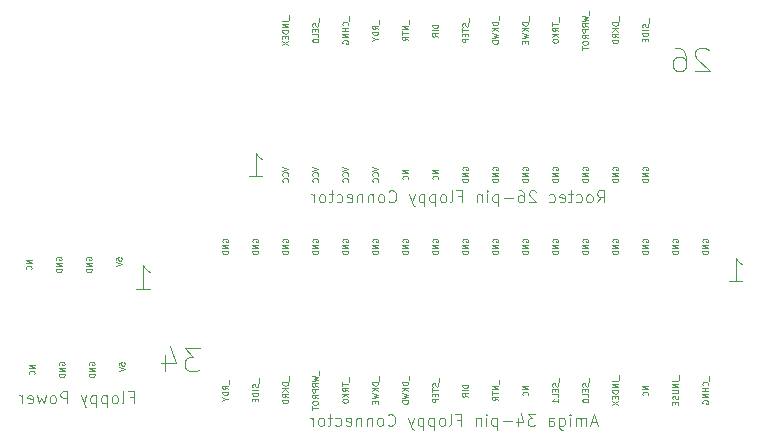
<source format=gbr>
G04 #@! TF.GenerationSoftware,KiCad,Pcbnew,(5.1.2)-2*
G04 #@! TF.CreationDate,2020-12-20T10:56:28+00:00*
G04 #@! TF.ProjectId,Roctec 26-pin to Amiga 34-pin Adapter,526f6374-6563-4203-9236-2d70696e2074,rev?*
G04 #@! TF.SameCoordinates,Original*
G04 #@! TF.FileFunction,Legend,Bot*
G04 #@! TF.FilePolarity,Positive*
%FSLAX46Y46*%
G04 Gerber Fmt 4.6, Leading zero omitted, Abs format (unit mm)*
G04 Created by KiCad (PCBNEW (5.1.2)-2) date 2020-12-20 10:56:28*
%MOMM*%
%LPD*%
G04 APERTURE LIST*
%ADD10C,0.125000*%
G04 APERTURE END LIST*
D10*
X99953000Y-107061047D02*
X99929190Y-107013428D01*
X99929190Y-106942000D01*
X99953000Y-106870571D01*
X100000619Y-106822952D01*
X100048238Y-106799142D01*
X100143476Y-106775333D01*
X100214904Y-106775333D01*
X100310142Y-106799142D01*
X100357761Y-106822952D01*
X100405380Y-106870571D01*
X100429190Y-106942000D01*
X100429190Y-106989619D01*
X100405380Y-107061047D01*
X100381571Y-107084857D01*
X100214904Y-107084857D01*
X100214904Y-106989619D01*
X100429190Y-107299142D02*
X99929190Y-107299142D01*
X100429190Y-107584857D01*
X99929190Y-107584857D01*
X100429190Y-107822952D02*
X99929190Y-107822952D01*
X99929190Y-107942000D01*
X99953000Y-108013428D01*
X100000619Y-108061047D01*
X100048238Y-108084857D01*
X100143476Y-108108666D01*
X100214904Y-108108666D01*
X100310142Y-108084857D01*
X100357761Y-108061047D01*
X100405380Y-108013428D01*
X100429190Y-107942000D01*
X100429190Y-107822952D01*
X97413000Y-107061047D02*
X97389190Y-107013428D01*
X97389190Y-106942000D01*
X97413000Y-106870571D01*
X97460619Y-106822952D01*
X97508238Y-106799142D01*
X97603476Y-106775333D01*
X97674904Y-106775333D01*
X97770142Y-106799142D01*
X97817761Y-106822952D01*
X97865380Y-106870571D01*
X97889190Y-106942000D01*
X97889190Y-106989619D01*
X97865380Y-107061047D01*
X97841571Y-107084857D01*
X97674904Y-107084857D01*
X97674904Y-106989619D01*
X97889190Y-107299142D02*
X97389190Y-107299142D01*
X97889190Y-107584857D01*
X97389190Y-107584857D01*
X97889190Y-107822952D02*
X97389190Y-107822952D01*
X97389190Y-107942000D01*
X97413000Y-108013428D01*
X97460619Y-108061047D01*
X97508238Y-108084857D01*
X97603476Y-108108666D01*
X97674904Y-108108666D01*
X97770142Y-108084857D01*
X97817761Y-108061047D01*
X97865380Y-108013428D01*
X97889190Y-107942000D01*
X97889190Y-107822952D01*
X95349190Y-107049142D02*
X94849190Y-107049142D01*
X95349190Y-107334857D01*
X94849190Y-107334857D01*
X95301571Y-107858666D02*
X95325380Y-107834857D01*
X95349190Y-107763428D01*
X95349190Y-107715809D01*
X95325380Y-107644380D01*
X95277761Y-107596761D01*
X95230142Y-107572952D01*
X95134904Y-107549142D01*
X95063476Y-107549142D01*
X94968238Y-107572952D01*
X94920619Y-107596761D01*
X94873000Y-107644380D01*
X94849190Y-107715809D01*
X94849190Y-107763428D01*
X94873000Y-107834857D01*
X94896809Y-107858666D01*
X102469190Y-107092761D02*
X102469190Y-106854666D01*
X102707285Y-106830857D01*
X102683476Y-106854666D01*
X102659666Y-106902285D01*
X102659666Y-107021333D01*
X102683476Y-107068952D01*
X102707285Y-107092761D01*
X102754904Y-107116571D01*
X102873952Y-107116571D01*
X102921571Y-107092761D01*
X102945380Y-107068952D01*
X102969190Y-107021333D01*
X102969190Y-106902285D01*
X102945380Y-106854666D01*
X102921571Y-106830857D01*
X102469190Y-107259428D02*
X102969190Y-107426095D01*
X102469190Y-107592761D01*
X137386190Y-117717142D02*
X136886190Y-117717142D01*
X137386190Y-118002857D01*
X136886190Y-118002857D01*
X137338571Y-118526666D02*
X137362380Y-118502857D01*
X137386190Y-118431428D01*
X137386190Y-118383809D01*
X137362380Y-118312380D01*
X137314761Y-118264761D01*
X137267142Y-118240952D01*
X137171904Y-118217142D01*
X137100476Y-118217142D01*
X137005238Y-118240952D01*
X136957619Y-118264761D01*
X136910000Y-118312380D01*
X136886190Y-118383809D01*
X136886190Y-118431428D01*
X136910000Y-118502857D01*
X136933809Y-118526666D01*
X147546190Y-117717142D02*
X147046190Y-117717142D01*
X147546190Y-118002857D01*
X147046190Y-118002857D01*
X147498571Y-118526666D02*
X147522380Y-118502857D01*
X147546190Y-118431428D01*
X147546190Y-118383809D01*
X147522380Y-118312380D01*
X147474761Y-118264761D01*
X147427142Y-118240952D01*
X147331904Y-118217142D01*
X147260476Y-118217142D01*
X147165238Y-118240952D01*
X147117619Y-118264761D01*
X147070000Y-118312380D01*
X147046190Y-118383809D01*
X147046190Y-118431428D01*
X147070000Y-118502857D01*
X147093809Y-118526666D01*
X122193809Y-116990952D02*
X122193809Y-117371904D01*
X121646190Y-117419523D02*
X121646190Y-117705238D01*
X122146190Y-117562380D02*
X121646190Y-117562380D01*
X122146190Y-118157619D02*
X121908095Y-117990952D01*
X122146190Y-117871904D02*
X121646190Y-117871904D01*
X121646190Y-118062380D01*
X121670000Y-118110000D01*
X121693809Y-118133809D01*
X121741428Y-118157619D01*
X121812857Y-118157619D01*
X121860476Y-118133809D01*
X121884285Y-118110000D01*
X121908095Y-118062380D01*
X121908095Y-117871904D01*
X122146190Y-118371904D02*
X121646190Y-118371904D01*
X122146190Y-118657619D02*
X121860476Y-118443333D01*
X121646190Y-118657619D02*
X121931904Y-118371904D01*
X121646190Y-118967142D02*
X121646190Y-119014761D01*
X121670000Y-119062380D01*
X121693809Y-119086190D01*
X121741428Y-119110000D01*
X121836666Y-119133809D01*
X121955714Y-119133809D01*
X122050952Y-119110000D01*
X122098571Y-119086190D01*
X122122380Y-119062380D01*
X122146190Y-119014761D01*
X122146190Y-118967142D01*
X122122380Y-118919523D01*
X122098571Y-118895714D01*
X122050952Y-118871904D01*
X121955714Y-118848095D01*
X121836666Y-118848095D01*
X121741428Y-118871904D01*
X121693809Y-118895714D01*
X121670000Y-118919523D01*
X121646190Y-118967142D01*
X114573809Y-117086190D02*
X114573809Y-117467142D01*
X114502380Y-117562380D02*
X114526190Y-117633809D01*
X114526190Y-117752857D01*
X114502380Y-117800476D01*
X114478571Y-117824285D01*
X114430952Y-117848095D01*
X114383333Y-117848095D01*
X114335714Y-117824285D01*
X114311904Y-117800476D01*
X114288095Y-117752857D01*
X114264285Y-117657619D01*
X114240476Y-117610000D01*
X114216666Y-117586190D01*
X114169047Y-117562380D01*
X114121428Y-117562380D01*
X114073809Y-117586190D01*
X114050000Y-117610000D01*
X114026190Y-117657619D01*
X114026190Y-117776666D01*
X114050000Y-117848095D01*
X114526190Y-118062380D02*
X114026190Y-118062380D01*
X114526190Y-118300476D02*
X114026190Y-118300476D01*
X114026190Y-118419523D01*
X114050000Y-118490952D01*
X114097619Y-118538571D01*
X114145238Y-118562380D01*
X114240476Y-118586190D01*
X114311904Y-118586190D01*
X114407142Y-118562380D01*
X114454761Y-118538571D01*
X114502380Y-118490952D01*
X114526190Y-118419523D01*
X114526190Y-118300476D01*
X114264285Y-118800476D02*
X114264285Y-118967142D01*
X114526190Y-119038571D02*
X114526190Y-118800476D01*
X114026190Y-118800476D01*
X114026190Y-119038571D01*
X117113809Y-116919523D02*
X117113809Y-117300476D01*
X117066190Y-117419523D02*
X116566190Y-117419523D01*
X116566190Y-117538571D01*
X116590000Y-117610000D01*
X116637619Y-117657619D01*
X116685238Y-117681428D01*
X116780476Y-117705238D01*
X116851904Y-117705238D01*
X116947142Y-117681428D01*
X116994761Y-117657619D01*
X117042380Y-117610000D01*
X117066190Y-117538571D01*
X117066190Y-117419523D01*
X117066190Y-117919523D02*
X116566190Y-117919523D01*
X117066190Y-118205238D02*
X116780476Y-117990952D01*
X116566190Y-118205238D02*
X116851904Y-117919523D01*
X117066190Y-118705238D02*
X116828095Y-118538571D01*
X117066190Y-118419523D02*
X116566190Y-118419523D01*
X116566190Y-118610000D01*
X116590000Y-118657619D01*
X116613809Y-118681428D01*
X116661428Y-118705238D01*
X116732857Y-118705238D01*
X116780476Y-118681428D01*
X116804285Y-118657619D01*
X116828095Y-118610000D01*
X116828095Y-118419523D01*
X117066190Y-118919523D02*
X116566190Y-118919523D01*
X116566190Y-119038571D01*
X116590000Y-119110000D01*
X116637619Y-119157619D01*
X116685238Y-119181428D01*
X116780476Y-119205238D01*
X116851904Y-119205238D01*
X116947142Y-119181428D01*
X116994761Y-119157619D01*
X117042380Y-119110000D01*
X117066190Y-119038571D01*
X117066190Y-118919523D01*
X152673809Y-116895714D02*
X152673809Y-117276666D01*
X152578571Y-117681428D02*
X152602380Y-117657619D01*
X152626190Y-117586190D01*
X152626190Y-117538571D01*
X152602380Y-117467142D01*
X152554761Y-117419523D01*
X152507142Y-117395714D01*
X152411904Y-117371904D01*
X152340476Y-117371904D01*
X152245238Y-117395714D01*
X152197619Y-117419523D01*
X152150000Y-117467142D01*
X152126190Y-117538571D01*
X152126190Y-117586190D01*
X152150000Y-117657619D01*
X152173809Y-117681428D01*
X152626190Y-117895714D02*
X152126190Y-117895714D01*
X152364285Y-117895714D02*
X152364285Y-118181428D01*
X152626190Y-118181428D02*
X152126190Y-118181428D01*
X152626190Y-118419523D02*
X152126190Y-118419523D01*
X152626190Y-118705238D01*
X152126190Y-118705238D01*
X152150000Y-119205238D02*
X152126190Y-119157619D01*
X152126190Y-119086190D01*
X152150000Y-119014761D01*
X152197619Y-118967142D01*
X152245238Y-118943333D01*
X152340476Y-118919523D01*
X152411904Y-118919523D01*
X152507142Y-118943333D01*
X152554761Y-118967142D01*
X152602380Y-119014761D01*
X152626190Y-119086190D01*
X152626190Y-119133809D01*
X152602380Y-119205238D01*
X152578571Y-119229047D01*
X152411904Y-119229047D01*
X152411904Y-119133809D01*
X129813809Y-117014761D02*
X129813809Y-117395714D01*
X129742380Y-117490952D02*
X129766190Y-117562380D01*
X129766190Y-117681428D01*
X129742380Y-117729047D01*
X129718571Y-117752857D01*
X129670952Y-117776666D01*
X129623333Y-117776666D01*
X129575714Y-117752857D01*
X129551904Y-117729047D01*
X129528095Y-117681428D01*
X129504285Y-117586190D01*
X129480476Y-117538571D01*
X129456666Y-117514761D01*
X129409047Y-117490952D01*
X129361428Y-117490952D01*
X129313809Y-117514761D01*
X129290000Y-117538571D01*
X129266190Y-117586190D01*
X129266190Y-117705238D01*
X129290000Y-117776666D01*
X129266190Y-117919523D02*
X129266190Y-118205238D01*
X129766190Y-118062380D02*
X129266190Y-118062380D01*
X129504285Y-118371904D02*
X129504285Y-118538571D01*
X129766190Y-118610000D02*
X129766190Y-118371904D01*
X129266190Y-118371904D01*
X129266190Y-118610000D01*
X129766190Y-118824285D02*
X129266190Y-118824285D01*
X129266190Y-119014761D01*
X129290000Y-119062380D01*
X129313809Y-119086190D01*
X129361428Y-119110000D01*
X129432857Y-119110000D01*
X129480476Y-119086190D01*
X129504285Y-119062380D01*
X129528095Y-119014761D01*
X129528095Y-118824285D01*
X112033809Y-117205238D02*
X112033809Y-117586190D01*
X111986190Y-117990952D02*
X111748095Y-117824285D01*
X111986190Y-117705238D02*
X111486190Y-117705238D01*
X111486190Y-117895714D01*
X111510000Y-117943333D01*
X111533809Y-117967142D01*
X111581428Y-117990952D01*
X111652857Y-117990952D01*
X111700476Y-117967142D01*
X111724285Y-117943333D01*
X111748095Y-117895714D01*
X111748095Y-117705238D01*
X111986190Y-118205238D02*
X111486190Y-118205238D01*
X111486190Y-118324285D01*
X111510000Y-118395714D01*
X111557619Y-118443333D01*
X111605238Y-118467142D01*
X111700476Y-118490952D01*
X111771904Y-118490952D01*
X111867142Y-118467142D01*
X111914761Y-118443333D01*
X111962380Y-118395714D01*
X111986190Y-118324285D01*
X111986190Y-118205238D01*
X111748095Y-118800476D02*
X111986190Y-118800476D01*
X111486190Y-118633809D02*
X111748095Y-118800476D01*
X111486190Y-118967142D01*
X119653809Y-116431428D02*
X119653809Y-116812380D01*
X119106190Y-116883809D02*
X119606190Y-117002857D01*
X119249047Y-117098095D01*
X119606190Y-117193333D01*
X119106190Y-117312380D01*
X119606190Y-117788571D02*
X119368095Y-117621904D01*
X119606190Y-117502857D02*
X119106190Y-117502857D01*
X119106190Y-117693333D01*
X119130000Y-117740952D01*
X119153809Y-117764761D01*
X119201428Y-117788571D01*
X119272857Y-117788571D01*
X119320476Y-117764761D01*
X119344285Y-117740952D01*
X119368095Y-117693333D01*
X119368095Y-117502857D01*
X119606190Y-118002857D02*
X119106190Y-118002857D01*
X119106190Y-118193333D01*
X119130000Y-118240952D01*
X119153809Y-118264761D01*
X119201428Y-118288571D01*
X119272857Y-118288571D01*
X119320476Y-118264761D01*
X119344285Y-118240952D01*
X119368095Y-118193333D01*
X119368095Y-118002857D01*
X119606190Y-118788571D02*
X119368095Y-118621904D01*
X119606190Y-118502857D02*
X119106190Y-118502857D01*
X119106190Y-118693333D01*
X119130000Y-118740952D01*
X119153809Y-118764761D01*
X119201428Y-118788571D01*
X119272857Y-118788571D01*
X119320476Y-118764761D01*
X119344285Y-118740952D01*
X119368095Y-118693333D01*
X119368095Y-118502857D01*
X119106190Y-119098095D02*
X119106190Y-119193333D01*
X119130000Y-119240952D01*
X119177619Y-119288571D01*
X119272857Y-119312380D01*
X119439523Y-119312380D01*
X119534761Y-119288571D01*
X119582380Y-119240952D01*
X119606190Y-119193333D01*
X119606190Y-119098095D01*
X119582380Y-119050476D01*
X119534761Y-119002857D01*
X119439523Y-118979047D01*
X119272857Y-118979047D01*
X119177619Y-119002857D01*
X119130000Y-119050476D01*
X119106190Y-119098095D01*
X119106190Y-119455238D02*
X119106190Y-119740952D01*
X119606190Y-119598095D02*
X119106190Y-119598095D01*
X124733809Y-116907619D02*
X124733809Y-117288571D01*
X124686190Y-117407619D02*
X124186190Y-117407619D01*
X124186190Y-117526666D01*
X124210000Y-117598095D01*
X124257619Y-117645714D01*
X124305238Y-117669523D01*
X124400476Y-117693333D01*
X124471904Y-117693333D01*
X124567142Y-117669523D01*
X124614761Y-117645714D01*
X124662380Y-117598095D01*
X124686190Y-117526666D01*
X124686190Y-117407619D01*
X124686190Y-117907619D02*
X124186190Y-117907619D01*
X124686190Y-118193333D02*
X124400476Y-117979047D01*
X124186190Y-118193333D02*
X124471904Y-117907619D01*
X124186190Y-118360000D02*
X124686190Y-118479047D01*
X124329047Y-118574285D01*
X124686190Y-118669523D01*
X124186190Y-118788571D01*
X124424285Y-118979047D02*
X124424285Y-119145714D01*
X124686190Y-119217142D02*
X124686190Y-118979047D01*
X124186190Y-118979047D01*
X124186190Y-119217142D01*
X142513809Y-117014761D02*
X142513809Y-117395714D01*
X142442380Y-117490952D02*
X142466190Y-117562380D01*
X142466190Y-117681428D01*
X142442380Y-117729047D01*
X142418571Y-117752857D01*
X142370952Y-117776666D01*
X142323333Y-117776666D01*
X142275714Y-117752857D01*
X142251904Y-117729047D01*
X142228095Y-117681428D01*
X142204285Y-117586190D01*
X142180476Y-117538571D01*
X142156666Y-117514761D01*
X142109047Y-117490952D01*
X142061428Y-117490952D01*
X142013809Y-117514761D01*
X141990000Y-117538571D01*
X141966190Y-117586190D01*
X141966190Y-117705238D01*
X141990000Y-117776666D01*
X142204285Y-117990952D02*
X142204285Y-118157619D01*
X142466190Y-118229047D02*
X142466190Y-117990952D01*
X141966190Y-117990952D01*
X141966190Y-118229047D01*
X142466190Y-118681428D02*
X142466190Y-118443333D01*
X141966190Y-118443333D01*
X141966190Y-118943333D02*
X141966190Y-118990952D01*
X141990000Y-119038571D01*
X142013809Y-119062380D01*
X142061428Y-119086190D01*
X142156666Y-119110000D01*
X142275714Y-119110000D01*
X142370952Y-119086190D01*
X142418571Y-119062380D01*
X142442380Y-119038571D01*
X142466190Y-118990952D01*
X142466190Y-118943333D01*
X142442380Y-118895714D01*
X142418571Y-118871904D01*
X142370952Y-118848095D01*
X142275714Y-118824285D01*
X142156666Y-118824285D01*
X142061428Y-118848095D01*
X142013809Y-118871904D01*
X141990000Y-118895714D01*
X141966190Y-118943333D01*
X150133809Y-116812380D02*
X150133809Y-117193333D01*
X150086190Y-117312380D02*
X149586190Y-117312380D01*
X150086190Y-117550476D02*
X149586190Y-117550476D01*
X150086190Y-117836190D01*
X149586190Y-117836190D01*
X149586190Y-118074285D02*
X149990952Y-118074285D01*
X150038571Y-118098095D01*
X150062380Y-118121904D01*
X150086190Y-118169523D01*
X150086190Y-118264761D01*
X150062380Y-118312380D01*
X150038571Y-118336190D01*
X149990952Y-118360000D01*
X149586190Y-118360000D01*
X150062380Y-118574285D02*
X150086190Y-118645714D01*
X150086190Y-118764761D01*
X150062380Y-118812380D01*
X150038571Y-118836190D01*
X149990952Y-118860000D01*
X149943333Y-118860000D01*
X149895714Y-118836190D01*
X149871904Y-118812380D01*
X149848095Y-118764761D01*
X149824285Y-118669523D01*
X149800476Y-118621904D01*
X149776666Y-118598095D01*
X149729047Y-118574285D01*
X149681428Y-118574285D01*
X149633809Y-118598095D01*
X149610000Y-118621904D01*
X149586190Y-118669523D01*
X149586190Y-118788571D01*
X149610000Y-118860000D01*
X149824285Y-119074285D02*
X149824285Y-119240952D01*
X150086190Y-119312380D02*
X150086190Y-119074285D01*
X149586190Y-119074285D01*
X149586190Y-119312380D01*
X134893809Y-117193333D02*
X134893809Y-117574285D01*
X134846190Y-117693333D02*
X134346190Y-117693333D01*
X134703333Y-117860000D01*
X134346190Y-118026666D01*
X134846190Y-118026666D01*
X134346190Y-118193333D02*
X134346190Y-118479047D01*
X134846190Y-118336190D02*
X134346190Y-118336190D01*
X134846190Y-118931428D02*
X134608095Y-118764761D01*
X134846190Y-118645714D02*
X134346190Y-118645714D01*
X134346190Y-118836190D01*
X134370000Y-118883809D01*
X134393809Y-118907619D01*
X134441428Y-118931428D01*
X134512857Y-118931428D01*
X134560476Y-118907619D01*
X134584285Y-118883809D01*
X134608095Y-118836190D01*
X134608095Y-118645714D01*
X132306190Y-117610000D02*
X131806190Y-117610000D01*
X131806190Y-117729047D01*
X131830000Y-117800476D01*
X131877619Y-117848095D01*
X131925238Y-117871904D01*
X132020476Y-117895714D01*
X132091904Y-117895714D01*
X132187142Y-117871904D01*
X132234761Y-117848095D01*
X132282380Y-117800476D01*
X132306190Y-117729047D01*
X132306190Y-117610000D01*
X132306190Y-118110000D02*
X131806190Y-118110000D01*
X132306190Y-118633809D02*
X132068095Y-118467142D01*
X132306190Y-118348095D02*
X131806190Y-118348095D01*
X131806190Y-118538571D01*
X131830000Y-118586190D01*
X131853809Y-118610000D01*
X131901428Y-118633809D01*
X131972857Y-118633809D01*
X132020476Y-118610000D01*
X132044285Y-118586190D01*
X132068095Y-118538571D01*
X132068095Y-118348095D01*
X145053809Y-116824285D02*
X145053809Y-117205238D01*
X145006190Y-117324285D02*
X144506190Y-117324285D01*
X145006190Y-117562380D02*
X144506190Y-117562380D01*
X145006190Y-117848095D01*
X144506190Y-117848095D01*
X145006190Y-118086190D02*
X144506190Y-118086190D01*
X144506190Y-118205238D01*
X144530000Y-118276666D01*
X144577619Y-118324285D01*
X144625238Y-118348095D01*
X144720476Y-118371904D01*
X144791904Y-118371904D01*
X144887142Y-118348095D01*
X144934761Y-118324285D01*
X144982380Y-118276666D01*
X145006190Y-118205238D01*
X145006190Y-118086190D01*
X144744285Y-118586190D02*
X144744285Y-118752857D01*
X145006190Y-118824285D02*
X145006190Y-118586190D01*
X144506190Y-118586190D01*
X144506190Y-118824285D01*
X144506190Y-118990952D02*
X145006190Y-119324285D01*
X144506190Y-119324285D02*
X145006190Y-118990952D01*
X139973809Y-117014761D02*
X139973809Y-117395714D01*
X139902380Y-117490952D02*
X139926190Y-117562380D01*
X139926190Y-117681428D01*
X139902380Y-117729047D01*
X139878571Y-117752857D01*
X139830952Y-117776666D01*
X139783333Y-117776666D01*
X139735714Y-117752857D01*
X139711904Y-117729047D01*
X139688095Y-117681428D01*
X139664285Y-117586190D01*
X139640476Y-117538571D01*
X139616666Y-117514761D01*
X139569047Y-117490952D01*
X139521428Y-117490952D01*
X139473809Y-117514761D01*
X139450000Y-117538571D01*
X139426190Y-117586190D01*
X139426190Y-117705238D01*
X139450000Y-117776666D01*
X139664285Y-117990952D02*
X139664285Y-118157619D01*
X139926190Y-118229047D02*
X139926190Y-117990952D01*
X139426190Y-117990952D01*
X139426190Y-118229047D01*
X139926190Y-118681428D02*
X139926190Y-118443333D01*
X139426190Y-118443333D01*
X139926190Y-119110000D02*
X139926190Y-118824285D01*
X139926190Y-118967142D02*
X139426190Y-118967142D01*
X139497619Y-118919523D01*
X139545238Y-118871904D01*
X139569047Y-118824285D01*
X127273809Y-116883809D02*
X127273809Y-117264761D01*
X127226190Y-117383809D02*
X126726190Y-117383809D01*
X126726190Y-117502857D01*
X126750000Y-117574285D01*
X126797619Y-117621904D01*
X126845238Y-117645714D01*
X126940476Y-117669523D01*
X127011904Y-117669523D01*
X127107142Y-117645714D01*
X127154761Y-117621904D01*
X127202380Y-117574285D01*
X127226190Y-117502857D01*
X127226190Y-117383809D01*
X127226190Y-117883809D02*
X126726190Y-117883809D01*
X127226190Y-118169523D02*
X126940476Y-117955238D01*
X126726190Y-118169523D02*
X127011904Y-117883809D01*
X126726190Y-118336190D02*
X127226190Y-118455238D01*
X126869047Y-118550476D01*
X127226190Y-118645714D01*
X126726190Y-118764761D01*
X127226190Y-118955238D02*
X126726190Y-118955238D01*
X126726190Y-119074285D01*
X126750000Y-119145714D01*
X126797619Y-119193333D01*
X126845238Y-119217142D01*
X126940476Y-119240952D01*
X127011904Y-119240952D01*
X127107142Y-119217142D01*
X127154761Y-119193333D01*
X127202380Y-119145714D01*
X127226190Y-119074285D01*
X127226190Y-118955238D01*
X114050000Y-105537047D02*
X114026190Y-105489428D01*
X114026190Y-105418000D01*
X114050000Y-105346571D01*
X114097619Y-105298952D01*
X114145238Y-105275142D01*
X114240476Y-105251333D01*
X114311904Y-105251333D01*
X114407142Y-105275142D01*
X114454761Y-105298952D01*
X114502380Y-105346571D01*
X114526190Y-105418000D01*
X114526190Y-105465619D01*
X114502380Y-105537047D01*
X114478571Y-105560857D01*
X114311904Y-105560857D01*
X114311904Y-105465619D01*
X114526190Y-105775142D02*
X114026190Y-105775142D01*
X114526190Y-106060857D01*
X114026190Y-106060857D01*
X114526190Y-106298952D02*
X114026190Y-106298952D01*
X114026190Y-106418000D01*
X114050000Y-106489428D01*
X114097619Y-106537047D01*
X114145238Y-106560857D01*
X114240476Y-106584666D01*
X114311904Y-106584666D01*
X114407142Y-106560857D01*
X114454761Y-106537047D01*
X114502380Y-106489428D01*
X114526190Y-106418000D01*
X114526190Y-106298952D01*
X144530000Y-105537047D02*
X144506190Y-105489428D01*
X144506190Y-105418000D01*
X144530000Y-105346571D01*
X144577619Y-105298952D01*
X144625238Y-105275142D01*
X144720476Y-105251333D01*
X144791904Y-105251333D01*
X144887142Y-105275142D01*
X144934761Y-105298952D01*
X144982380Y-105346571D01*
X145006190Y-105418000D01*
X145006190Y-105465619D01*
X144982380Y-105537047D01*
X144958571Y-105560857D01*
X144791904Y-105560857D01*
X144791904Y-105465619D01*
X145006190Y-105775142D02*
X144506190Y-105775142D01*
X145006190Y-106060857D01*
X144506190Y-106060857D01*
X145006190Y-106298952D02*
X144506190Y-106298952D01*
X144506190Y-106418000D01*
X144530000Y-106489428D01*
X144577619Y-106537047D01*
X144625238Y-106560857D01*
X144720476Y-106584666D01*
X144791904Y-106584666D01*
X144887142Y-106560857D01*
X144934761Y-106537047D01*
X144982380Y-106489428D01*
X145006190Y-106418000D01*
X145006190Y-106298952D01*
X147070000Y-105537047D02*
X147046190Y-105489428D01*
X147046190Y-105418000D01*
X147070000Y-105346571D01*
X147117619Y-105298952D01*
X147165238Y-105275142D01*
X147260476Y-105251333D01*
X147331904Y-105251333D01*
X147427142Y-105275142D01*
X147474761Y-105298952D01*
X147522380Y-105346571D01*
X147546190Y-105418000D01*
X147546190Y-105465619D01*
X147522380Y-105537047D01*
X147498571Y-105560857D01*
X147331904Y-105560857D01*
X147331904Y-105465619D01*
X147546190Y-105775142D02*
X147046190Y-105775142D01*
X147546190Y-106060857D01*
X147046190Y-106060857D01*
X147546190Y-106298952D02*
X147046190Y-106298952D01*
X147046190Y-106418000D01*
X147070000Y-106489428D01*
X147117619Y-106537047D01*
X147165238Y-106560857D01*
X147260476Y-106584666D01*
X147331904Y-106584666D01*
X147427142Y-106560857D01*
X147474761Y-106537047D01*
X147522380Y-106489428D01*
X147546190Y-106418000D01*
X147546190Y-106298952D01*
X136910000Y-105537047D02*
X136886190Y-105489428D01*
X136886190Y-105418000D01*
X136910000Y-105346571D01*
X136957619Y-105298952D01*
X137005238Y-105275142D01*
X137100476Y-105251333D01*
X137171904Y-105251333D01*
X137267142Y-105275142D01*
X137314761Y-105298952D01*
X137362380Y-105346571D01*
X137386190Y-105418000D01*
X137386190Y-105465619D01*
X137362380Y-105537047D01*
X137338571Y-105560857D01*
X137171904Y-105560857D01*
X137171904Y-105465619D01*
X137386190Y-105775142D02*
X136886190Y-105775142D01*
X137386190Y-106060857D01*
X136886190Y-106060857D01*
X137386190Y-106298952D02*
X136886190Y-106298952D01*
X136886190Y-106418000D01*
X136910000Y-106489428D01*
X136957619Y-106537047D01*
X137005238Y-106560857D01*
X137100476Y-106584666D01*
X137171904Y-106584666D01*
X137267142Y-106560857D01*
X137314761Y-106537047D01*
X137362380Y-106489428D01*
X137386190Y-106418000D01*
X137386190Y-106298952D01*
X129290000Y-105537047D02*
X129266190Y-105489428D01*
X129266190Y-105418000D01*
X129290000Y-105346571D01*
X129337619Y-105298952D01*
X129385238Y-105275142D01*
X129480476Y-105251333D01*
X129551904Y-105251333D01*
X129647142Y-105275142D01*
X129694761Y-105298952D01*
X129742380Y-105346571D01*
X129766190Y-105418000D01*
X129766190Y-105465619D01*
X129742380Y-105537047D01*
X129718571Y-105560857D01*
X129551904Y-105560857D01*
X129551904Y-105465619D01*
X129766190Y-105775142D02*
X129266190Y-105775142D01*
X129766190Y-106060857D01*
X129266190Y-106060857D01*
X129766190Y-106298952D02*
X129266190Y-106298952D01*
X129266190Y-106418000D01*
X129290000Y-106489428D01*
X129337619Y-106537047D01*
X129385238Y-106560857D01*
X129480476Y-106584666D01*
X129551904Y-106584666D01*
X129647142Y-106560857D01*
X129694761Y-106537047D01*
X129742380Y-106489428D01*
X129766190Y-106418000D01*
X129766190Y-106298952D01*
X134370000Y-105537047D02*
X134346190Y-105489428D01*
X134346190Y-105418000D01*
X134370000Y-105346571D01*
X134417619Y-105298952D01*
X134465238Y-105275142D01*
X134560476Y-105251333D01*
X134631904Y-105251333D01*
X134727142Y-105275142D01*
X134774761Y-105298952D01*
X134822380Y-105346571D01*
X134846190Y-105418000D01*
X134846190Y-105465619D01*
X134822380Y-105537047D01*
X134798571Y-105560857D01*
X134631904Y-105560857D01*
X134631904Y-105465619D01*
X134846190Y-105775142D02*
X134346190Y-105775142D01*
X134846190Y-106060857D01*
X134346190Y-106060857D01*
X134846190Y-106298952D02*
X134346190Y-106298952D01*
X134346190Y-106418000D01*
X134370000Y-106489428D01*
X134417619Y-106537047D01*
X134465238Y-106560857D01*
X134560476Y-106584666D01*
X134631904Y-106584666D01*
X134727142Y-106560857D01*
X134774761Y-106537047D01*
X134822380Y-106489428D01*
X134846190Y-106418000D01*
X134846190Y-106298952D01*
X139450000Y-105537047D02*
X139426190Y-105489428D01*
X139426190Y-105418000D01*
X139450000Y-105346571D01*
X139497619Y-105298952D01*
X139545238Y-105275142D01*
X139640476Y-105251333D01*
X139711904Y-105251333D01*
X139807142Y-105275142D01*
X139854761Y-105298952D01*
X139902380Y-105346571D01*
X139926190Y-105418000D01*
X139926190Y-105465619D01*
X139902380Y-105537047D01*
X139878571Y-105560857D01*
X139711904Y-105560857D01*
X139711904Y-105465619D01*
X139926190Y-105775142D02*
X139426190Y-105775142D01*
X139926190Y-106060857D01*
X139426190Y-106060857D01*
X139926190Y-106298952D02*
X139426190Y-106298952D01*
X139426190Y-106418000D01*
X139450000Y-106489428D01*
X139497619Y-106537047D01*
X139545238Y-106560857D01*
X139640476Y-106584666D01*
X139711904Y-106584666D01*
X139807142Y-106560857D01*
X139854761Y-106537047D01*
X139902380Y-106489428D01*
X139926190Y-106418000D01*
X139926190Y-106298952D01*
X111510000Y-105537047D02*
X111486190Y-105489428D01*
X111486190Y-105418000D01*
X111510000Y-105346571D01*
X111557619Y-105298952D01*
X111605238Y-105275142D01*
X111700476Y-105251333D01*
X111771904Y-105251333D01*
X111867142Y-105275142D01*
X111914761Y-105298952D01*
X111962380Y-105346571D01*
X111986190Y-105418000D01*
X111986190Y-105465619D01*
X111962380Y-105537047D01*
X111938571Y-105560857D01*
X111771904Y-105560857D01*
X111771904Y-105465619D01*
X111986190Y-105775142D02*
X111486190Y-105775142D01*
X111986190Y-106060857D01*
X111486190Y-106060857D01*
X111986190Y-106298952D02*
X111486190Y-106298952D01*
X111486190Y-106418000D01*
X111510000Y-106489428D01*
X111557619Y-106537047D01*
X111605238Y-106560857D01*
X111700476Y-106584666D01*
X111771904Y-106584666D01*
X111867142Y-106560857D01*
X111914761Y-106537047D01*
X111962380Y-106489428D01*
X111986190Y-106418000D01*
X111986190Y-106298952D01*
X152150000Y-105537047D02*
X152126190Y-105489428D01*
X152126190Y-105418000D01*
X152150000Y-105346571D01*
X152197619Y-105298952D01*
X152245238Y-105275142D01*
X152340476Y-105251333D01*
X152411904Y-105251333D01*
X152507142Y-105275142D01*
X152554761Y-105298952D01*
X152602380Y-105346571D01*
X152626190Y-105418000D01*
X152626190Y-105465619D01*
X152602380Y-105537047D01*
X152578571Y-105560857D01*
X152411904Y-105560857D01*
X152411904Y-105465619D01*
X152626190Y-105775142D02*
X152126190Y-105775142D01*
X152626190Y-106060857D01*
X152126190Y-106060857D01*
X152626190Y-106298952D02*
X152126190Y-106298952D01*
X152126190Y-106418000D01*
X152150000Y-106489428D01*
X152197619Y-106537047D01*
X152245238Y-106560857D01*
X152340476Y-106584666D01*
X152411904Y-106584666D01*
X152507142Y-106560857D01*
X152554761Y-106537047D01*
X152602380Y-106489428D01*
X152626190Y-106418000D01*
X152626190Y-106298952D01*
X149610000Y-105537047D02*
X149586190Y-105489428D01*
X149586190Y-105418000D01*
X149610000Y-105346571D01*
X149657619Y-105298952D01*
X149705238Y-105275142D01*
X149800476Y-105251333D01*
X149871904Y-105251333D01*
X149967142Y-105275142D01*
X150014761Y-105298952D01*
X150062380Y-105346571D01*
X150086190Y-105418000D01*
X150086190Y-105465619D01*
X150062380Y-105537047D01*
X150038571Y-105560857D01*
X149871904Y-105560857D01*
X149871904Y-105465619D01*
X150086190Y-105775142D02*
X149586190Y-105775142D01*
X150086190Y-106060857D01*
X149586190Y-106060857D01*
X150086190Y-106298952D02*
X149586190Y-106298952D01*
X149586190Y-106418000D01*
X149610000Y-106489428D01*
X149657619Y-106537047D01*
X149705238Y-106560857D01*
X149800476Y-106584666D01*
X149871904Y-106584666D01*
X149967142Y-106560857D01*
X150014761Y-106537047D01*
X150062380Y-106489428D01*
X150086190Y-106418000D01*
X150086190Y-106298952D01*
X131830000Y-105537047D02*
X131806190Y-105489428D01*
X131806190Y-105418000D01*
X131830000Y-105346571D01*
X131877619Y-105298952D01*
X131925238Y-105275142D01*
X132020476Y-105251333D01*
X132091904Y-105251333D01*
X132187142Y-105275142D01*
X132234761Y-105298952D01*
X132282380Y-105346571D01*
X132306190Y-105418000D01*
X132306190Y-105465619D01*
X132282380Y-105537047D01*
X132258571Y-105560857D01*
X132091904Y-105560857D01*
X132091904Y-105465619D01*
X132306190Y-105775142D02*
X131806190Y-105775142D01*
X132306190Y-106060857D01*
X131806190Y-106060857D01*
X132306190Y-106298952D02*
X131806190Y-106298952D01*
X131806190Y-106418000D01*
X131830000Y-106489428D01*
X131877619Y-106537047D01*
X131925238Y-106560857D01*
X132020476Y-106584666D01*
X132091904Y-106584666D01*
X132187142Y-106560857D01*
X132234761Y-106537047D01*
X132282380Y-106489428D01*
X132306190Y-106418000D01*
X132306190Y-106298952D01*
X126750000Y-105537047D02*
X126726190Y-105489428D01*
X126726190Y-105418000D01*
X126750000Y-105346571D01*
X126797619Y-105298952D01*
X126845238Y-105275142D01*
X126940476Y-105251333D01*
X127011904Y-105251333D01*
X127107142Y-105275142D01*
X127154761Y-105298952D01*
X127202380Y-105346571D01*
X127226190Y-105418000D01*
X127226190Y-105465619D01*
X127202380Y-105537047D01*
X127178571Y-105560857D01*
X127011904Y-105560857D01*
X127011904Y-105465619D01*
X127226190Y-105775142D02*
X126726190Y-105775142D01*
X127226190Y-106060857D01*
X126726190Y-106060857D01*
X127226190Y-106298952D02*
X126726190Y-106298952D01*
X126726190Y-106418000D01*
X126750000Y-106489428D01*
X126797619Y-106537047D01*
X126845238Y-106560857D01*
X126940476Y-106584666D01*
X127011904Y-106584666D01*
X127107142Y-106560857D01*
X127154761Y-106537047D01*
X127202380Y-106489428D01*
X127226190Y-106418000D01*
X127226190Y-106298952D01*
X121670000Y-105537047D02*
X121646190Y-105489428D01*
X121646190Y-105418000D01*
X121670000Y-105346571D01*
X121717619Y-105298952D01*
X121765238Y-105275142D01*
X121860476Y-105251333D01*
X121931904Y-105251333D01*
X122027142Y-105275142D01*
X122074761Y-105298952D01*
X122122380Y-105346571D01*
X122146190Y-105418000D01*
X122146190Y-105465619D01*
X122122380Y-105537047D01*
X122098571Y-105560857D01*
X121931904Y-105560857D01*
X121931904Y-105465619D01*
X122146190Y-105775142D02*
X121646190Y-105775142D01*
X122146190Y-106060857D01*
X121646190Y-106060857D01*
X122146190Y-106298952D02*
X121646190Y-106298952D01*
X121646190Y-106418000D01*
X121670000Y-106489428D01*
X121717619Y-106537047D01*
X121765238Y-106560857D01*
X121860476Y-106584666D01*
X121931904Y-106584666D01*
X122027142Y-106560857D01*
X122074761Y-106537047D01*
X122122380Y-106489428D01*
X122146190Y-106418000D01*
X122146190Y-106298952D01*
X116590000Y-105537047D02*
X116566190Y-105489428D01*
X116566190Y-105418000D01*
X116590000Y-105346571D01*
X116637619Y-105298952D01*
X116685238Y-105275142D01*
X116780476Y-105251333D01*
X116851904Y-105251333D01*
X116947142Y-105275142D01*
X116994761Y-105298952D01*
X117042380Y-105346571D01*
X117066190Y-105418000D01*
X117066190Y-105465619D01*
X117042380Y-105537047D01*
X117018571Y-105560857D01*
X116851904Y-105560857D01*
X116851904Y-105465619D01*
X117066190Y-105775142D02*
X116566190Y-105775142D01*
X117066190Y-106060857D01*
X116566190Y-106060857D01*
X117066190Y-106298952D02*
X116566190Y-106298952D01*
X116566190Y-106418000D01*
X116590000Y-106489428D01*
X116637619Y-106537047D01*
X116685238Y-106560857D01*
X116780476Y-106584666D01*
X116851904Y-106584666D01*
X116947142Y-106560857D01*
X116994761Y-106537047D01*
X117042380Y-106489428D01*
X117066190Y-106418000D01*
X117066190Y-106298952D01*
X141990000Y-105537047D02*
X141966190Y-105489428D01*
X141966190Y-105418000D01*
X141990000Y-105346571D01*
X142037619Y-105298952D01*
X142085238Y-105275142D01*
X142180476Y-105251333D01*
X142251904Y-105251333D01*
X142347142Y-105275142D01*
X142394761Y-105298952D01*
X142442380Y-105346571D01*
X142466190Y-105418000D01*
X142466190Y-105465619D01*
X142442380Y-105537047D01*
X142418571Y-105560857D01*
X142251904Y-105560857D01*
X142251904Y-105465619D01*
X142466190Y-105775142D02*
X141966190Y-105775142D01*
X142466190Y-106060857D01*
X141966190Y-106060857D01*
X142466190Y-106298952D02*
X141966190Y-106298952D01*
X141966190Y-106418000D01*
X141990000Y-106489428D01*
X142037619Y-106537047D01*
X142085238Y-106560857D01*
X142180476Y-106584666D01*
X142251904Y-106584666D01*
X142347142Y-106560857D01*
X142394761Y-106537047D01*
X142442380Y-106489428D01*
X142466190Y-106418000D01*
X142466190Y-106298952D01*
X119130000Y-105537047D02*
X119106190Y-105489428D01*
X119106190Y-105418000D01*
X119130000Y-105346571D01*
X119177619Y-105298952D01*
X119225238Y-105275142D01*
X119320476Y-105251333D01*
X119391904Y-105251333D01*
X119487142Y-105275142D01*
X119534761Y-105298952D01*
X119582380Y-105346571D01*
X119606190Y-105418000D01*
X119606190Y-105465619D01*
X119582380Y-105537047D01*
X119558571Y-105560857D01*
X119391904Y-105560857D01*
X119391904Y-105465619D01*
X119606190Y-105775142D02*
X119106190Y-105775142D01*
X119606190Y-106060857D01*
X119106190Y-106060857D01*
X119606190Y-106298952D02*
X119106190Y-106298952D01*
X119106190Y-106418000D01*
X119130000Y-106489428D01*
X119177619Y-106537047D01*
X119225238Y-106560857D01*
X119320476Y-106584666D01*
X119391904Y-106584666D01*
X119487142Y-106560857D01*
X119534761Y-106537047D01*
X119582380Y-106489428D01*
X119606190Y-106418000D01*
X119606190Y-106298952D01*
X124210000Y-105537047D02*
X124186190Y-105489428D01*
X124186190Y-105418000D01*
X124210000Y-105346571D01*
X124257619Y-105298952D01*
X124305238Y-105275142D01*
X124400476Y-105251333D01*
X124471904Y-105251333D01*
X124567142Y-105275142D01*
X124614761Y-105298952D01*
X124662380Y-105346571D01*
X124686190Y-105418000D01*
X124686190Y-105465619D01*
X124662380Y-105537047D01*
X124638571Y-105560857D01*
X124471904Y-105560857D01*
X124471904Y-105465619D01*
X124686190Y-105775142D02*
X124186190Y-105775142D01*
X124686190Y-106060857D01*
X124186190Y-106060857D01*
X124686190Y-106298952D02*
X124186190Y-106298952D01*
X124186190Y-106418000D01*
X124210000Y-106489428D01*
X124257619Y-106537047D01*
X124305238Y-106560857D01*
X124400476Y-106584666D01*
X124471904Y-106584666D01*
X124567142Y-106560857D01*
X124614761Y-106537047D01*
X124662380Y-106489428D01*
X124686190Y-106418000D01*
X124686190Y-106298952D01*
X126750000Y-105537047D02*
X126726190Y-105489428D01*
X126726190Y-105418000D01*
X126750000Y-105346571D01*
X126797619Y-105298952D01*
X126845238Y-105275142D01*
X126940476Y-105251333D01*
X127011904Y-105251333D01*
X127107142Y-105275142D01*
X127154761Y-105298952D01*
X127202380Y-105346571D01*
X127226190Y-105418000D01*
X127226190Y-105465619D01*
X127202380Y-105537047D01*
X127178571Y-105560857D01*
X127011904Y-105560857D01*
X127011904Y-105465619D01*
X127226190Y-105775142D02*
X126726190Y-105775142D01*
X127226190Y-106060857D01*
X126726190Y-106060857D01*
X127226190Y-106298952D02*
X126726190Y-106298952D01*
X126726190Y-106418000D01*
X126750000Y-106489428D01*
X126797619Y-106537047D01*
X126845238Y-106560857D01*
X126940476Y-106584666D01*
X127011904Y-106584666D01*
X127107142Y-106560857D01*
X127154761Y-106537047D01*
X127202380Y-106489428D01*
X127226190Y-106418000D01*
X127226190Y-106298952D01*
X129766190Y-99429142D02*
X129266190Y-99429142D01*
X129766190Y-99714857D01*
X129266190Y-99714857D01*
X129718571Y-100238666D02*
X129742380Y-100214857D01*
X129766190Y-100143428D01*
X129766190Y-100095809D01*
X129742380Y-100024380D01*
X129694761Y-99976761D01*
X129647142Y-99952952D01*
X129551904Y-99929142D01*
X129480476Y-99929142D01*
X129385238Y-99952952D01*
X129337619Y-99976761D01*
X129290000Y-100024380D01*
X129266190Y-100095809D01*
X129266190Y-100143428D01*
X129290000Y-100214857D01*
X129313809Y-100238666D01*
X119106190Y-99155333D02*
X119606190Y-99322000D01*
X119106190Y-99488666D01*
X119558571Y-99941047D02*
X119582380Y-99917238D01*
X119606190Y-99845809D01*
X119606190Y-99798190D01*
X119582380Y-99726761D01*
X119534761Y-99679142D01*
X119487142Y-99655333D01*
X119391904Y-99631523D01*
X119320476Y-99631523D01*
X119225238Y-99655333D01*
X119177619Y-99679142D01*
X119130000Y-99726761D01*
X119106190Y-99798190D01*
X119106190Y-99845809D01*
X119130000Y-99917238D01*
X119153809Y-99941047D01*
X119558571Y-100441047D02*
X119582380Y-100417238D01*
X119606190Y-100345809D01*
X119606190Y-100298190D01*
X119582380Y-100226761D01*
X119534761Y-100179142D01*
X119487142Y-100155333D01*
X119391904Y-100131523D01*
X119320476Y-100131523D01*
X119225238Y-100155333D01*
X119177619Y-100179142D01*
X119130000Y-100226761D01*
X119106190Y-100298190D01*
X119106190Y-100345809D01*
X119130000Y-100417238D01*
X119153809Y-100441047D01*
X121646190Y-99155333D02*
X122146190Y-99322000D01*
X121646190Y-99488666D01*
X122098571Y-99941047D02*
X122122380Y-99917238D01*
X122146190Y-99845809D01*
X122146190Y-99798190D01*
X122122380Y-99726761D01*
X122074761Y-99679142D01*
X122027142Y-99655333D01*
X121931904Y-99631523D01*
X121860476Y-99631523D01*
X121765238Y-99655333D01*
X121717619Y-99679142D01*
X121670000Y-99726761D01*
X121646190Y-99798190D01*
X121646190Y-99845809D01*
X121670000Y-99917238D01*
X121693809Y-99941047D01*
X122098571Y-100441047D02*
X122122380Y-100417238D01*
X122146190Y-100345809D01*
X122146190Y-100298190D01*
X122122380Y-100226761D01*
X122074761Y-100179142D01*
X122027142Y-100155333D01*
X121931904Y-100131523D01*
X121860476Y-100131523D01*
X121765238Y-100155333D01*
X121717619Y-100179142D01*
X121670000Y-100226761D01*
X121646190Y-100298190D01*
X121646190Y-100345809D01*
X121670000Y-100417238D01*
X121693809Y-100441047D01*
X124186190Y-99155333D02*
X124686190Y-99322000D01*
X124186190Y-99488666D01*
X124638571Y-99941047D02*
X124662380Y-99917238D01*
X124686190Y-99845809D01*
X124686190Y-99798190D01*
X124662380Y-99726761D01*
X124614761Y-99679142D01*
X124567142Y-99655333D01*
X124471904Y-99631523D01*
X124400476Y-99631523D01*
X124305238Y-99655333D01*
X124257619Y-99679142D01*
X124210000Y-99726761D01*
X124186190Y-99798190D01*
X124186190Y-99845809D01*
X124210000Y-99917238D01*
X124233809Y-99941047D01*
X124638571Y-100441047D02*
X124662380Y-100417238D01*
X124686190Y-100345809D01*
X124686190Y-100298190D01*
X124662380Y-100226761D01*
X124614761Y-100179142D01*
X124567142Y-100155333D01*
X124471904Y-100131523D01*
X124400476Y-100131523D01*
X124305238Y-100155333D01*
X124257619Y-100179142D01*
X124210000Y-100226761D01*
X124186190Y-100298190D01*
X124186190Y-100345809D01*
X124210000Y-100417238D01*
X124233809Y-100441047D01*
X127226190Y-99429142D02*
X126726190Y-99429142D01*
X127226190Y-99714857D01*
X126726190Y-99714857D01*
X127178571Y-100238666D02*
X127202380Y-100214857D01*
X127226190Y-100143428D01*
X127226190Y-100095809D01*
X127202380Y-100024380D01*
X127154761Y-99976761D01*
X127107142Y-99952952D01*
X127011904Y-99929142D01*
X126940476Y-99929142D01*
X126845238Y-99952952D01*
X126797619Y-99976761D01*
X126750000Y-100024380D01*
X126726190Y-100095809D01*
X126726190Y-100143428D01*
X126750000Y-100214857D01*
X126773809Y-100238666D01*
X116566190Y-99155333D02*
X117066190Y-99322000D01*
X116566190Y-99488666D01*
X117018571Y-99941047D02*
X117042380Y-99917238D01*
X117066190Y-99845809D01*
X117066190Y-99798190D01*
X117042380Y-99726761D01*
X116994761Y-99679142D01*
X116947142Y-99655333D01*
X116851904Y-99631523D01*
X116780476Y-99631523D01*
X116685238Y-99655333D01*
X116637619Y-99679142D01*
X116590000Y-99726761D01*
X116566190Y-99798190D01*
X116566190Y-99845809D01*
X116590000Y-99917238D01*
X116613809Y-99941047D01*
X117018571Y-100441047D02*
X117042380Y-100417238D01*
X117066190Y-100345809D01*
X117066190Y-100298190D01*
X117042380Y-100226761D01*
X116994761Y-100179142D01*
X116947142Y-100155333D01*
X116851904Y-100131523D01*
X116780476Y-100131523D01*
X116685238Y-100155333D01*
X116637619Y-100179142D01*
X116590000Y-100226761D01*
X116566190Y-100298190D01*
X116566190Y-100345809D01*
X116590000Y-100417238D01*
X116613809Y-100441047D01*
X141990000Y-99441047D02*
X141966190Y-99393428D01*
X141966190Y-99322000D01*
X141990000Y-99250571D01*
X142037619Y-99202952D01*
X142085238Y-99179142D01*
X142180476Y-99155333D01*
X142251904Y-99155333D01*
X142347142Y-99179142D01*
X142394761Y-99202952D01*
X142442380Y-99250571D01*
X142466190Y-99322000D01*
X142466190Y-99369619D01*
X142442380Y-99441047D01*
X142418571Y-99464857D01*
X142251904Y-99464857D01*
X142251904Y-99369619D01*
X142466190Y-99679142D02*
X141966190Y-99679142D01*
X142466190Y-99964857D01*
X141966190Y-99964857D01*
X142466190Y-100202952D02*
X141966190Y-100202952D01*
X141966190Y-100322000D01*
X141990000Y-100393428D01*
X142037619Y-100441047D01*
X142085238Y-100464857D01*
X142180476Y-100488666D01*
X142251904Y-100488666D01*
X142347142Y-100464857D01*
X142394761Y-100441047D01*
X142442380Y-100393428D01*
X142466190Y-100322000D01*
X142466190Y-100202952D01*
X134370000Y-99441047D02*
X134346190Y-99393428D01*
X134346190Y-99322000D01*
X134370000Y-99250571D01*
X134417619Y-99202952D01*
X134465238Y-99179142D01*
X134560476Y-99155333D01*
X134631904Y-99155333D01*
X134727142Y-99179142D01*
X134774761Y-99202952D01*
X134822380Y-99250571D01*
X134846190Y-99322000D01*
X134846190Y-99369619D01*
X134822380Y-99441047D01*
X134798571Y-99464857D01*
X134631904Y-99464857D01*
X134631904Y-99369619D01*
X134846190Y-99679142D02*
X134346190Y-99679142D01*
X134846190Y-99964857D01*
X134346190Y-99964857D01*
X134846190Y-100202952D02*
X134346190Y-100202952D01*
X134346190Y-100322000D01*
X134370000Y-100393428D01*
X134417619Y-100441047D01*
X134465238Y-100464857D01*
X134560476Y-100488666D01*
X134631904Y-100488666D01*
X134727142Y-100464857D01*
X134774761Y-100441047D01*
X134822380Y-100393428D01*
X134846190Y-100322000D01*
X134846190Y-100202952D01*
X131830000Y-99441047D02*
X131806190Y-99393428D01*
X131806190Y-99322000D01*
X131830000Y-99250571D01*
X131877619Y-99202952D01*
X131925238Y-99179142D01*
X132020476Y-99155333D01*
X132091904Y-99155333D01*
X132187142Y-99179142D01*
X132234761Y-99202952D01*
X132282380Y-99250571D01*
X132306190Y-99322000D01*
X132306190Y-99369619D01*
X132282380Y-99441047D01*
X132258571Y-99464857D01*
X132091904Y-99464857D01*
X132091904Y-99369619D01*
X132306190Y-99679142D02*
X131806190Y-99679142D01*
X132306190Y-99964857D01*
X131806190Y-99964857D01*
X132306190Y-100202952D02*
X131806190Y-100202952D01*
X131806190Y-100322000D01*
X131830000Y-100393428D01*
X131877619Y-100441047D01*
X131925238Y-100464857D01*
X132020476Y-100488666D01*
X132091904Y-100488666D01*
X132187142Y-100464857D01*
X132234761Y-100441047D01*
X132282380Y-100393428D01*
X132306190Y-100322000D01*
X132306190Y-100202952D01*
X147070000Y-99441047D02*
X147046190Y-99393428D01*
X147046190Y-99322000D01*
X147070000Y-99250571D01*
X147117619Y-99202952D01*
X147165238Y-99179142D01*
X147260476Y-99155333D01*
X147331904Y-99155333D01*
X147427142Y-99179142D01*
X147474761Y-99202952D01*
X147522380Y-99250571D01*
X147546190Y-99322000D01*
X147546190Y-99369619D01*
X147522380Y-99441047D01*
X147498571Y-99464857D01*
X147331904Y-99464857D01*
X147331904Y-99369619D01*
X147546190Y-99679142D02*
X147046190Y-99679142D01*
X147546190Y-99964857D01*
X147046190Y-99964857D01*
X147546190Y-100202952D02*
X147046190Y-100202952D01*
X147046190Y-100322000D01*
X147070000Y-100393428D01*
X147117619Y-100441047D01*
X147165238Y-100464857D01*
X147260476Y-100488666D01*
X147331904Y-100488666D01*
X147427142Y-100464857D01*
X147474761Y-100441047D01*
X147522380Y-100393428D01*
X147546190Y-100322000D01*
X147546190Y-100202952D01*
X139450000Y-99441047D02*
X139426190Y-99393428D01*
X139426190Y-99322000D01*
X139450000Y-99250571D01*
X139497619Y-99202952D01*
X139545238Y-99179142D01*
X139640476Y-99155333D01*
X139711904Y-99155333D01*
X139807142Y-99179142D01*
X139854761Y-99202952D01*
X139902380Y-99250571D01*
X139926190Y-99322000D01*
X139926190Y-99369619D01*
X139902380Y-99441047D01*
X139878571Y-99464857D01*
X139711904Y-99464857D01*
X139711904Y-99369619D01*
X139926190Y-99679142D02*
X139426190Y-99679142D01*
X139926190Y-99964857D01*
X139426190Y-99964857D01*
X139926190Y-100202952D02*
X139426190Y-100202952D01*
X139426190Y-100322000D01*
X139450000Y-100393428D01*
X139497619Y-100441047D01*
X139545238Y-100464857D01*
X139640476Y-100488666D01*
X139711904Y-100488666D01*
X139807142Y-100464857D01*
X139854761Y-100441047D01*
X139902380Y-100393428D01*
X139926190Y-100322000D01*
X139926190Y-100202952D01*
X136910000Y-99441047D02*
X136886190Y-99393428D01*
X136886190Y-99322000D01*
X136910000Y-99250571D01*
X136957619Y-99202952D01*
X137005238Y-99179142D01*
X137100476Y-99155333D01*
X137171904Y-99155333D01*
X137267142Y-99179142D01*
X137314761Y-99202952D01*
X137362380Y-99250571D01*
X137386190Y-99322000D01*
X137386190Y-99369619D01*
X137362380Y-99441047D01*
X137338571Y-99464857D01*
X137171904Y-99464857D01*
X137171904Y-99369619D01*
X137386190Y-99679142D02*
X136886190Y-99679142D01*
X137386190Y-99964857D01*
X136886190Y-99964857D01*
X137386190Y-100202952D02*
X136886190Y-100202952D01*
X136886190Y-100322000D01*
X136910000Y-100393428D01*
X136957619Y-100441047D01*
X137005238Y-100464857D01*
X137100476Y-100488666D01*
X137171904Y-100488666D01*
X137267142Y-100464857D01*
X137314761Y-100441047D01*
X137362380Y-100393428D01*
X137386190Y-100322000D01*
X137386190Y-100202952D01*
X144530000Y-99441047D02*
X144506190Y-99393428D01*
X144506190Y-99322000D01*
X144530000Y-99250571D01*
X144577619Y-99202952D01*
X144625238Y-99179142D01*
X144720476Y-99155333D01*
X144791904Y-99155333D01*
X144887142Y-99179142D01*
X144934761Y-99202952D01*
X144982380Y-99250571D01*
X145006190Y-99322000D01*
X145006190Y-99369619D01*
X144982380Y-99441047D01*
X144958571Y-99464857D01*
X144791904Y-99464857D01*
X144791904Y-99369619D01*
X145006190Y-99679142D02*
X144506190Y-99679142D01*
X145006190Y-99964857D01*
X144506190Y-99964857D01*
X145006190Y-100202952D02*
X144506190Y-100202952D01*
X144506190Y-100322000D01*
X144530000Y-100393428D01*
X144577619Y-100441047D01*
X144625238Y-100464857D01*
X144720476Y-100488666D01*
X144791904Y-100488666D01*
X144887142Y-100464857D01*
X144934761Y-100441047D01*
X144982380Y-100393428D01*
X145006190Y-100322000D01*
X145006190Y-100202952D01*
X127273809Y-86713333D02*
X127273809Y-87094285D01*
X127226190Y-87213333D02*
X126726190Y-87213333D01*
X127083333Y-87380000D01*
X126726190Y-87546666D01*
X127226190Y-87546666D01*
X126726190Y-87713333D02*
X126726190Y-87999047D01*
X127226190Y-87856190D02*
X126726190Y-87856190D01*
X127226190Y-88451428D02*
X126988095Y-88284761D01*
X127226190Y-88165714D02*
X126726190Y-88165714D01*
X126726190Y-88356190D01*
X126750000Y-88403809D01*
X126773809Y-88427619D01*
X126821428Y-88451428D01*
X126892857Y-88451428D01*
X126940476Y-88427619D01*
X126964285Y-88403809D01*
X126988095Y-88356190D01*
X126988095Y-88165714D01*
X124733809Y-86725238D02*
X124733809Y-87106190D01*
X124686190Y-87510952D02*
X124448095Y-87344285D01*
X124686190Y-87225238D02*
X124186190Y-87225238D01*
X124186190Y-87415714D01*
X124210000Y-87463333D01*
X124233809Y-87487142D01*
X124281428Y-87510952D01*
X124352857Y-87510952D01*
X124400476Y-87487142D01*
X124424285Y-87463333D01*
X124448095Y-87415714D01*
X124448095Y-87225238D01*
X124686190Y-87725238D02*
X124186190Y-87725238D01*
X124186190Y-87844285D01*
X124210000Y-87915714D01*
X124257619Y-87963333D01*
X124305238Y-87987142D01*
X124400476Y-88010952D01*
X124471904Y-88010952D01*
X124567142Y-87987142D01*
X124614761Y-87963333D01*
X124662380Y-87915714D01*
X124686190Y-87844285D01*
X124686190Y-87725238D01*
X124448095Y-88320476D02*
X124686190Y-88320476D01*
X124186190Y-88153809D02*
X124448095Y-88320476D01*
X124186190Y-88487142D01*
X122193809Y-86415714D02*
X122193809Y-86796666D01*
X122098571Y-87201428D02*
X122122380Y-87177619D01*
X122146190Y-87106190D01*
X122146190Y-87058571D01*
X122122380Y-86987142D01*
X122074761Y-86939523D01*
X122027142Y-86915714D01*
X121931904Y-86891904D01*
X121860476Y-86891904D01*
X121765238Y-86915714D01*
X121717619Y-86939523D01*
X121670000Y-86987142D01*
X121646190Y-87058571D01*
X121646190Y-87106190D01*
X121670000Y-87177619D01*
X121693809Y-87201428D01*
X122146190Y-87415714D02*
X121646190Y-87415714D01*
X121884285Y-87415714D02*
X121884285Y-87701428D01*
X122146190Y-87701428D02*
X121646190Y-87701428D01*
X122146190Y-87939523D02*
X121646190Y-87939523D01*
X122146190Y-88225238D01*
X121646190Y-88225238D01*
X121670000Y-88725238D02*
X121646190Y-88677619D01*
X121646190Y-88606190D01*
X121670000Y-88534761D01*
X121717619Y-88487142D01*
X121765238Y-88463333D01*
X121860476Y-88439523D01*
X121931904Y-88439523D01*
X122027142Y-88463333D01*
X122074761Y-88487142D01*
X122122380Y-88534761D01*
X122146190Y-88606190D01*
X122146190Y-88653809D01*
X122122380Y-88725238D01*
X122098571Y-88749047D01*
X121931904Y-88749047D01*
X121931904Y-88653809D01*
X119653809Y-86534761D02*
X119653809Y-86915714D01*
X119582380Y-87010952D02*
X119606190Y-87082380D01*
X119606190Y-87201428D01*
X119582380Y-87249047D01*
X119558571Y-87272857D01*
X119510952Y-87296666D01*
X119463333Y-87296666D01*
X119415714Y-87272857D01*
X119391904Y-87249047D01*
X119368095Y-87201428D01*
X119344285Y-87106190D01*
X119320476Y-87058571D01*
X119296666Y-87034761D01*
X119249047Y-87010952D01*
X119201428Y-87010952D01*
X119153809Y-87034761D01*
X119130000Y-87058571D01*
X119106190Y-87106190D01*
X119106190Y-87225238D01*
X119130000Y-87296666D01*
X119344285Y-87510952D02*
X119344285Y-87677619D01*
X119606190Y-87749047D02*
X119606190Y-87510952D01*
X119106190Y-87510952D01*
X119106190Y-87749047D01*
X119606190Y-88201428D02*
X119606190Y-87963333D01*
X119106190Y-87963333D01*
X119106190Y-88463333D02*
X119106190Y-88510952D01*
X119130000Y-88558571D01*
X119153809Y-88582380D01*
X119201428Y-88606190D01*
X119296666Y-88630000D01*
X119415714Y-88630000D01*
X119510952Y-88606190D01*
X119558571Y-88582380D01*
X119582380Y-88558571D01*
X119606190Y-88510952D01*
X119606190Y-88463333D01*
X119582380Y-88415714D01*
X119558571Y-88391904D01*
X119510952Y-88368095D01*
X119415714Y-88344285D01*
X119296666Y-88344285D01*
X119201428Y-88368095D01*
X119153809Y-88391904D01*
X119130000Y-88415714D01*
X119106190Y-88463333D01*
X117113809Y-86344285D02*
X117113809Y-86725238D01*
X117066190Y-86844285D02*
X116566190Y-86844285D01*
X117066190Y-87082380D02*
X116566190Y-87082380D01*
X117066190Y-87368095D01*
X116566190Y-87368095D01*
X117066190Y-87606190D02*
X116566190Y-87606190D01*
X116566190Y-87725238D01*
X116590000Y-87796666D01*
X116637619Y-87844285D01*
X116685238Y-87868095D01*
X116780476Y-87891904D01*
X116851904Y-87891904D01*
X116947142Y-87868095D01*
X116994761Y-87844285D01*
X117042380Y-87796666D01*
X117066190Y-87725238D01*
X117066190Y-87606190D01*
X116804285Y-88106190D02*
X116804285Y-88272857D01*
X117066190Y-88344285D02*
X117066190Y-88106190D01*
X116566190Y-88106190D01*
X116566190Y-88344285D01*
X116566190Y-88510952D02*
X117066190Y-88844285D01*
X116566190Y-88844285D02*
X117066190Y-88510952D01*
X134893809Y-86403809D02*
X134893809Y-86784761D01*
X134846190Y-86903809D02*
X134346190Y-86903809D01*
X134346190Y-87022857D01*
X134370000Y-87094285D01*
X134417619Y-87141904D01*
X134465238Y-87165714D01*
X134560476Y-87189523D01*
X134631904Y-87189523D01*
X134727142Y-87165714D01*
X134774761Y-87141904D01*
X134822380Y-87094285D01*
X134846190Y-87022857D01*
X134846190Y-86903809D01*
X134846190Y-87403809D02*
X134346190Y-87403809D01*
X134846190Y-87689523D02*
X134560476Y-87475238D01*
X134346190Y-87689523D02*
X134631904Y-87403809D01*
X134346190Y-87856190D02*
X134846190Y-87975238D01*
X134489047Y-88070476D01*
X134846190Y-88165714D01*
X134346190Y-88284761D01*
X134846190Y-88475238D02*
X134346190Y-88475238D01*
X134346190Y-88594285D01*
X134370000Y-88665714D01*
X134417619Y-88713333D01*
X134465238Y-88737142D01*
X134560476Y-88760952D01*
X134631904Y-88760952D01*
X134727142Y-88737142D01*
X134774761Y-88713333D01*
X134822380Y-88665714D01*
X134846190Y-88594285D01*
X134846190Y-88475238D01*
X129766190Y-87130000D02*
X129266190Y-87130000D01*
X129266190Y-87249047D01*
X129290000Y-87320476D01*
X129337619Y-87368095D01*
X129385238Y-87391904D01*
X129480476Y-87415714D01*
X129551904Y-87415714D01*
X129647142Y-87391904D01*
X129694761Y-87368095D01*
X129742380Y-87320476D01*
X129766190Y-87249047D01*
X129766190Y-87130000D01*
X129766190Y-87630000D02*
X129266190Y-87630000D01*
X129766190Y-88153809D02*
X129528095Y-87987142D01*
X129766190Y-87868095D02*
X129266190Y-87868095D01*
X129266190Y-88058571D01*
X129290000Y-88106190D01*
X129313809Y-88130000D01*
X129361428Y-88153809D01*
X129432857Y-88153809D01*
X129480476Y-88130000D01*
X129504285Y-88106190D01*
X129528095Y-88058571D01*
X129528095Y-87868095D01*
X132353809Y-86534761D02*
X132353809Y-86915714D01*
X132282380Y-87010952D02*
X132306190Y-87082380D01*
X132306190Y-87201428D01*
X132282380Y-87249047D01*
X132258571Y-87272857D01*
X132210952Y-87296666D01*
X132163333Y-87296666D01*
X132115714Y-87272857D01*
X132091904Y-87249047D01*
X132068095Y-87201428D01*
X132044285Y-87106190D01*
X132020476Y-87058571D01*
X131996666Y-87034761D01*
X131949047Y-87010952D01*
X131901428Y-87010952D01*
X131853809Y-87034761D01*
X131830000Y-87058571D01*
X131806190Y-87106190D01*
X131806190Y-87225238D01*
X131830000Y-87296666D01*
X131806190Y-87439523D02*
X131806190Y-87725238D01*
X132306190Y-87582380D02*
X131806190Y-87582380D01*
X132044285Y-87891904D02*
X132044285Y-88058571D01*
X132306190Y-88130000D02*
X132306190Y-87891904D01*
X131806190Y-87891904D01*
X131806190Y-88130000D01*
X132306190Y-88344285D02*
X131806190Y-88344285D01*
X131806190Y-88534761D01*
X131830000Y-88582380D01*
X131853809Y-88606190D01*
X131901428Y-88630000D01*
X131972857Y-88630000D01*
X132020476Y-88606190D01*
X132044285Y-88582380D01*
X132068095Y-88534761D01*
X132068095Y-88344285D01*
X145053809Y-86439523D02*
X145053809Y-86820476D01*
X145006190Y-86939523D02*
X144506190Y-86939523D01*
X144506190Y-87058571D01*
X144530000Y-87130000D01*
X144577619Y-87177619D01*
X144625238Y-87201428D01*
X144720476Y-87225238D01*
X144791904Y-87225238D01*
X144887142Y-87201428D01*
X144934761Y-87177619D01*
X144982380Y-87130000D01*
X145006190Y-87058571D01*
X145006190Y-86939523D01*
X145006190Y-87439523D02*
X144506190Y-87439523D01*
X145006190Y-87725238D02*
X144720476Y-87510952D01*
X144506190Y-87725238D02*
X144791904Y-87439523D01*
X145006190Y-88225238D02*
X144768095Y-88058571D01*
X145006190Y-87939523D02*
X144506190Y-87939523D01*
X144506190Y-88130000D01*
X144530000Y-88177619D01*
X144553809Y-88201428D01*
X144601428Y-88225238D01*
X144672857Y-88225238D01*
X144720476Y-88201428D01*
X144744285Y-88177619D01*
X144768095Y-88130000D01*
X144768095Y-87939523D01*
X145006190Y-88439523D02*
X144506190Y-88439523D01*
X144506190Y-88558571D01*
X144530000Y-88630000D01*
X144577619Y-88677619D01*
X144625238Y-88701428D01*
X144720476Y-88725238D01*
X144791904Y-88725238D01*
X144887142Y-88701428D01*
X144934761Y-88677619D01*
X144982380Y-88630000D01*
X145006190Y-88558571D01*
X145006190Y-88439523D01*
X142513809Y-85951428D02*
X142513809Y-86332380D01*
X141966190Y-86403809D02*
X142466190Y-86522857D01*
X142109047Y-86618095D01*
X142466190Y-86713333D01*
X141966190Y-86832380D01*
X142466190Y-87308571D02*
X142228095Y-87141904D01*
X142466190Y-87022857D02*
X141966190Y-87022857D01*
X141966190Y-87213333D01*
X141990000Y-87260952D01*
X142013809Y-87284761D01*
X142061428Y-87308571D01*
X142132857Y-87308571D01*
X142180476Y-87284761D01*
X142204285Y-87260952D01*
X142228095Y-87213333D01*
X142228095Y-87022857D01*
X142466190Y-87522857D02*
X141966190Y-87522857D01*
X141966190Y-87713333D01*
X141990000Y-87760952D01*
X142013809Y-87784761D01*
X142061428Y-87808571D01*
X142132857Y-87808571D01*
X142180476Y-87784761D01*
X142204285Y-87760952D01*
X142228095Y-87713333D01*
X142228095Y-87522857D01*
X142466190Y-88308571D02*
X142228095Y-88141904D01*
X142466190Y-88022857D02*
X141966190Y-88022857D01*
X141966190Y-88213333D01*
X141990000Y-88260952D01*
X142013809Y-88284761D01*
X142061428Y-88308571D01*
X142132857Y-88308571D01*
X142180476Y-88284761D01*
X142204285Y-88260952D01*
X142228095Y-88213333D01*
X142228095Y-88022857D01*
X141966190Y-88618095D02*
X141966190Y-88713333D01*
X141990000Y-88760952D01*
X142037619Y-88808571D01*
X142132857Y-88832380D01*
X142299523Y-88832380D01*
X142394761Y-88808571D01*
X142442380Y-88760952D01*
X142466190Y-88713333D01*
X142466190Y-88618095D01*
X142442380Y-88570476D01*
X142394761Y-88522857D01*
X142299523Y-88499047D01*
X142132857Y-88499047D01*
X142037619Y-88522857D01*
X141990000Y-88570476D01*
X141966190Y-88618095D01*
X141966190Y-88975238D02*
X141966190Y-89260952D01*
X142466190Y-89118095D02*
X141966190Y-89118095D01*
X137433809Y-86427619D02*
X137433809Y-86808571D01*
X137386190Y-86927619D02*
X136886190Y-86927619D01*
X136886190Y-87046666D01*
X136910000Y-87118095D01*
X136957619Y-87165714D01*
X137005238Y-87189523D01*
X137100476Y-87213333D01*
X137171904Y-87213333D01*
X137267142Y-87189523D01*
X137314761Y-87165714D01*
X137362380Y-87118095D01*
X137386190Y-87046666D01*
X137386190Y-86927619D01*
X137386190Y-87427619D02*
X136886190Y-87427619D01*
X137386190Y-87713333D02*
X137100476Y-87499047D01*
X136886190Y-87713333D02*
X137171904Y-87427619D01*
X136886190Y-87880000D02*
X137386190Y-87999047D01*
X137029047Y-88094285D01*
X137386190Y-88189523D01*
X136886190Y-88308571D01*
X137124285Y-88499047D02*
X137124285Y-88665714D01*
X137386190Y-88737142D02*
X137386190Y-88499047D01*
X136886190Y-88499047D01*
X136886190Y-88737142D01*
X139973809Y-86510952D02*
X139973809Y-86891904D01*
X139426190Y-86939523D02*
X139426190Y-87225238D01*
X139926190Y-87082380D02*
X139426190Y-87082380D01*
X139926190Y-87677619D02*
X139688095Y-87510952D01*
X139926190Y-87391904D02*
X139426190Y-87391904D01*
X139426190Y-87582380D01*
X139450000Y-87630000D01*
X139473809Y-87653809D01*
X139521428Y-87677619D01*
X139592857Y-87677619D01*
X139640476Y-87653809D01*
X139664285Y-87630000D01*
X139688095Y-87582380D01*
X139688095Y-87391904D01*
X139926190Y-87891904D02*
X139426190Y-87891904D01*
X139926190Y-88177619D02*
X139640476Y-87963333D01*
X139426190Y-88177619D02*
X139711904Y-87891904D01*
X139426190Y-88487142D02*
X139426190Y-88534761D01*
X139450000Y-88582380D01*
X139473809Y-88606190D01*
X139521428Y-88630000D01*
X139616666Y-88653809D01*
X139735714Y-88653809D01*
X139830952Y-88630000D01*
X139878571Y-88606190D01*
X139902380Y-88582380D01*
X139926190Y-88534761D01*
X139926190Y-88487142D01*
X139902380Y-88439523D01*
X139878571Y-88415714D01*
X139830952Y-88391904D01*
X139735714Y-88368095D01*
X139616666Y-88368095D01*
X139521428Y-88391904D01*
X139473809Y-88415714D01*
X139450000Y-88439523D01*
X139426190Y-88487142D01*
X147593809Y-86606190D02*
X147593809Y-86987142D01*
X147522380Y-87082380D02*
X147546190Y-87153809D01*
X147546190Y-87272857D01*
X147522380Y-87320476D01*
X147498571Y-87344285D01*
X147450952Y-87368095D01*
X147403333Y-87368095D01*
X147355714Y-87344285D01*
X147331904Y-87320476D01*
X147308095Y-87272857D01*
X147284285Y-87177619D01*
X147260476Y-87130000D01*
X147236666Y-87106190D01*
X147189047Y-87082380D01*
X147141428Y-87082380D01*
X147093809Y-87106190D01*
X147070000Y-87130000D01*
X147046190Y-87177619D01*
X147046190Y-87296666D01*
X147070000Y-87368095D01*
X147546190Y-87582380D02*
X147046190Y-87582380D01*
X147546190Y-87820476D02*
X147046190Y-87820476D01*
X147046190Y-87939523D01*
X147070000Y-88010952D01*
X147117619Y-88058571D01*
X147165238Y-88082380D01*
X147260476Y-88106190D01*
X147331904Y-88106190D01*
X147427142Y-88082380D01*
X147474761Y-88058571D01*
X147522380Y-88010952D01*
X147546190Y-87939523D01*
X147546190Y-87820476D01*
X147284285Y-88320476D02*
X147284285Y-88487142D01*
X147546190Y-88558571D02*
X147546190Y-88320476D01*
X147046190Y-88320476D01*
X147046190Y-88558571D01*
X143159238Y-120816666D02*
X142683047Y-120816666D01*
X143254476Y-121102380D02*
X142921142Y-120102380D01*
X142587809Y-121102380D01*
X142254476Y-121102380D02*
X142254476Y-120435714D01*
X142254476Y-120530952D02*
X142206857Y-120483333D01*
X142111619Y-120435714D01*
X141968761Y-120435714D01*
X141873523Y-120483333D01*
X141825904Y-120578571D01*
X141825904Y-121102380D01*
X141825904Y-120578571D02*
X141778285Y-120483333D01*
X141683047Y-120435714D01*
X141540190Y-120435714D01*
X141444952Y-120483333D01*
X141397333Y-120578571D01*
X141397333Y-121102380D01*
X140921142Y-121102380D02*
X140921142Y-120435714D01*
X140921142Y-120102380D02*
X140968761Y-120150000D01*
X140921142Y-120197619D01*
X140873523Y-120150000D01*
X140921142Y-120102380D01*
X140921142Y-120197619D01*
X140016380Y-120435714D02*
X140016380Y-121245238D01*
X140064000Y-121340476D01*
X140111619Y-121388095D01*
X140206857Y-121435714D01*
X140349714Y-121435714D01*
X140444952Y-121388095D01*
X140016380Y-121054761D02*
X140111619Y-121102380D01*
X140302095Y-121102380D01*
X140397333Y-121054761D01*
X140444952Y-121007142D01*
X140492571Y-120911904D01*
X140492571Y-120626190D01*
X140444952Y-120530952D01*
X140397333Y-120483333D01*
X140302095Y-120435714D01*
X140111619Y-120435714D01*
X140016380Y-120483333D01*
X139111619Y-121102380D02*
X139111619Y-120578571D01*
X139159238Y-120483333D01*
X139254476Y-120435714D01*
X139444952Y-120435714D01*
X139540190Y-120483333D01*
X139111619Y-121054761D02*
X139206857Y-121102380D01*
X139444952Y-121102380D01*
X139540190Y-121054761D01*
X139587809Y-120959523D01*
X139587809Y-120864285D01*
X139540190Y-120769047D01*
X139444952Y-120721428D01*
X139206857Y-120721428D01*
X139111619Y-120673809D01*
X137968761Y-120102380D02*
X137349714Y-120102380D01*
X137683047Y-120483333D01*
X137540190Y-120483333D01*
X137444952Y-120530952D01*
X137397333Y-120578571D01*
X137349714Y-120673809D01*
X137349714Y-120911904D01*
X137397333Y-121007142D01*
X137444952Y-121054761D01*
X137540190Y-121102380D01*
X137825904Y-121102380D01*
X137921142Y-121054761D01*
X137968761Y-121007142D01*
X136492571Y-120435714D02*
X136492571Y-121102380D01*
X136730666Y-120054761D02*
X136968761Y-120769047D01*
X136349714Y-120769047D01*
X135968761Y-120721428D02*
X135206857Y-120721428D01*
X134730666Y-120435714D02*
X134730666Y-121435714D01*
X134730666Y-120483333D02*
X134635428Y-120435714D01*
X134444952Y-120435714D01*
X134349714Y-120483333D01*
X134302095Y-120530952D01*
X134254476Y-120626190D01*
X134254476Y-120911904D01*
X134302095Y-121007142D01*
X134349714Y-121054761D01*
X134444952Y-121102380D01*
X134635428Y-121102380D01*
X134730666Y-121054761D01*
X133825904Y-121102380D02*
X133825904Y-120435714D01*
X133825904Y-120102380D02*
X133873523Y-120150000D01*
X133825904Y-120197619D01*
X133778285Y-120150000D01*
X133825904Y-120102380D01*
X133825904Y-120197619D01*
X133349714Y-120435714D02*
X133349714Y-121102380D01*
X133349714Y-120530952D02*
X133302095Y-120483333D01*
X133206857Y-120435714D01*
X133064000Y-120435714D01*
X132968761Y-120483333D01*
X132921142Y-120578571D01*
X132921142Y-121102380D01*
X131349714Y-120578571D02*
X131683047Y-120578571D01*
X131683047Y-121102380D02*
X131683047Y-120102380D01*
X131206857Y-120102380D01*
X130683047Y-121102380D02*
X130778285Y-121054761D01*
X130825904Y-120959523D01*
X130825904Y-120102380D01*
X130159238Y-121102380D02*
X130254476Y-121054761D01*
X130302095Y-121007142D01*
X130349714Y-120911904D01*
X130349714Y-120626190D01*
X130302095Y-120530952D01*
X130254476Y-120483333D01*
X130159238Y-120435714D01*
X130016380Y-120435714D01*
X129921142Y-120483333D01*
X129873523Y-120530952D01*
X129825904Y-120626190D01*
X129825904Y-120911904D01*
X129873523Y-121007142D01*
X129921142Y-121054761D01*
X130016380Y-121102380D01*
X130159238Y-121102380D01*
X129397333Y-120435714D02*
X129397333Y-121435714D01*
X129397333Y-120483333D02*
X129302095Y-120435714D01*
X129111619Y-120435714D01*
X129016380Y-120483333D01*
X128968761Y-120530952D01*
X128921142Y-120626190D01*
X128921142Y-120911904D01*
X128968761Y-121007142D01*
X129016380Y-121054761D01*
X129111619Y-121102380D01*
X129302095Y-121102380D01*
X129397333Y-121054761D01*
X128492571Y-120435714D02*
X128492571Y-121435714D01*
X128492571Y-120483333D02*
X128397333Y-120435714D01*
X128206857Y-120435714D01*
X128111619Y-120483333D01*
X128064000Y-120530952D01*
X128016380Y-120626190D01*
X128016380Y-120911904D01*
X128064000Y-121007142D01*
X128111619Y-121054761D01*
X128206857Y-121102380D01*
X128397333Y-121102380D01*
X128492571Y-121054761D01*
X127683047Y-120435714D02*
X127444952Y-121102380D01*
X127206857Y-120435714D02*
X127444952Y-121102380D01*
X127540190Y-121340476D01*
X127587809Y-121388095D01*
X127683047Y-121435714D01*
X125492571Y-121007142D02*
X125540190Y-121054761D01*
X125683047Y-121102380D01*
X125778285Y-121102380D01*
X125921142Y-121054761D01*
X126016380Y-120959523D01*
X126064000Y-120864285D01*
X126111619Y-120673809D01*
X126111619Y-120530952D01*
X126064000Y-120340476D01*
X126016380Y-120245238D01*
X125921142Y-120150000D01*
X125778285Y-120102380D01*
X125683047Y-120102380D01*
X125540190Y-120150000D01*
X125492571Y-120197619D01*
X124921142Y-121102380D02*
X125016380Y-121054761D01*
X125064000Y-121007142D01*
X125111619Y-120911904D01*
X125111619Y-120626190D01*
X125064000Y-120530952D01*
X125016380Y-120483333D01*
X124921142Y-120435714D01*
X124778285Y-120435714D01*
X124683047Y-120483333D01*
X124635428Y-120530952D01*
X124587809Y-120626190D01*
X124587809Y-120911904D01*
X124635428Y-121007142D01*
X124683047Y-121054761D01*
X124778285Y-121102380D01*
X124921142Y-121102380D01*
X124159238Y-120435714D02*
X124159238Y-121102380D01*
X124159238Y-120530952D02*
X124111619Y-120483333D01*
X124016380Y-120435714D01*
X123873523Y-120435714D01*
X123778285Y-120483333D01*
X123730666Y-120578571D01*
X123730666Y-121102380D01*
X123254476Y-120435714D02*
X123254476Y-121102380D01*
X123254476Y-120530952D02*
X123206857Y-120483333D01*
X123111619Y-120435714D01*
X122968761Y-120435714D01*
X122873523Y-120483333D01*
X122825904Y-120578571D01*
X122825904Y-121102380D01*
X121968761Y-121054761D02*
X122064000Y-121102380D01*
X122254476Y-121102380D01*
X122349714Y-121054761D01*
X122397333Y-120959523D01*
X122397333Y-120578571D01*
X122349714Y-120483333D01*
X122254476Y-120435714D01*
X122064000Y-120435714D01*
X121968761Y-120483333D01*
X121921142Y-120578571D01*
X121921142Y-120673809D01*
X122397333Y-120769047D01*
X121064000Y-121054761D02*
X121159238Y-121102380D01*
X121349714Y-121102380D01*
X121444952Y-121054761D01*
X121492571Y-121007142D01*
X121540190Y-120911904D01*
X121540190Y-120626190D01*
X121492571Y-120530952D01*
X121444952Y-120483333D01*
X121349714Y-120435714D01*
X121159238Y-120435714D01*
X121064000Y-120483333D01*
X120778285Y-120435714D02*
X120397333Y-120435714D01*
X120635428Y-120102380D02*
X120635428Y-120959523D01*
X120587809Y-121054761D01*
X120492571Y-121102380D01*
X120397333Y-121102380D01*
X119921142Y-121102380D02*
X120016380Y-121054761D01*
X120064000Y-121007142D01*
X120111619Y-120911904D01*
X120111619Y-120626190D01*
X120064000Y-120530952D01*
X120016380Y-120483333D01*
X119921142Y-120435714D01*
X119778285Y-120435714D01*
X119683047Y-120483333D01*
X119635428Y-120530952D01*
X119587809Y-120626190D01*
X119587809Y-120911904D01*
X119635428Y-121007142D01*
X119683047Y-121054761D01*
X119778285Y-121102380D01*
X119921142Y-121102380D01*
X119159238Y-121102380D02*
X119159238Y-120435714D01*
X119159238Y-120626190D02*
X119111619Y-120530952D01*
X119064000Y-120483333D01*
X118968761Y-120435714D01*
X118873523Y-120435714D01*
X143206904Y-102179380D02*
X143540238Y-101703190D01*
X143778333Y-102179380D02*
X143778333Y-101179380D01*
X143397380Y-101179380D01*
X143302142Y-101227000D01*
X143254523Y-101274619D01*
X143206904Y-101369857D01*
X143206904Y-101512714D01*
X143254523Y-101607952D01*
X143302142Y-101655571D01*
X143397380Y-101703190D01*
X143778333Y-101703190D01*
X142635476Y-102179380D02*
X142730714Y-102131761D01*
X142778333Y-102084142D01*
X142825952Y-101988904D01*
X142825952Y-101703190D01*
X142778333Y-101607952D01*
X142730714Y-101560333D01*
X142635476Y-101512714D01*
X142492619Y-101512714D01*
X142397380Y-101560333D01*
X142349761Y-101607952D01*
X142302142Y-101703190D01*
X142302142Y-101988904D01*
X142349761Y-102084142D01*
X142397380Y-102131761D01*
X142492619Y-102179380D01*
X142635476Y-102179380D01*
X141445000Y-102131761D02*
X141540238Y-102179380D01*
X141730714Y-102179380D01*
X141825952Y-102131761D01*
X141873571Y-102084142D01*
X141921190Y-101988904D01*
X141921190Y-101703190D01*
X141873571Y-101607952D01*
X141825952Y-101560333D01*
X141730714Y-101512714D01*
X141540238Y-101512714D01*
X141445000Y-101560333D01*
X141159285Y-101512714D02*
X140778333Y-101512714D01*
X141016428Y-101179380D02*
X141016428Y-102036523D01*
X140968809Y-102131761D01*
X140873571Y-102179380D01*
X140778333Y-102179380D01*
X140064047Y-102131761D02*
X140159285Y-102179380D01*
X140349761Y-102179380D01*
X140445000Y-102131761D01*
X140492619Y-102036523D01*
X140492619Y-101655571D01*
X140445000Y-101560333D01*
X140349761Y-101512714D01*
X140159285Y-101512714D01*
X140064047Y-101560333D01*
X140016428Y-101655571D01*
X140016428Y-101750809D01*
X140492619Y-101846047D01*
X139159285Y-102131761D02*
X139254523Y-102179380D01*
X139445000Y-102179380D01*
X139540238Y-102131761D01*
X139587857Y-102084142D01*
X139635476Y-101988904D01*
X139635476Y-101703190D01*
X139587857Y-101607952D01*
X139540238Y-101560333D01*
X139445000Y-101512714D01*
X139254523Y-101512714D01*
X139159285Y-101560333D01*
X138016428Y-101274619D02*
X137968809Y-101227000D01*
X137873571Y-101179380D01*
X137635476Y-101179380D01*
X137540238Y-101227000D01*
X137492619Y-101274619D01*
X137445000Y-101369857D01*
X137445000Y-101465095D01*
X137492619Y-101607952D01*
X138064047Y-102179380D01*
X137445000Y-102179380D01*
X136587857Y-101179380D02*
X136778333Y-101179380D01*
X136873571Y-101227000D01*
X136921190Y-101274619D01*
X137016428Y-101417476D01*
X137064047Y-101607952D01*
X137064047Y-101988904D01*
X137016428Y-102084142D01*
X136968809Y-102131761D01*
X136873571Y-102179380D01*
X136683095Y-102179380D01*
X136587857Y-102131761D01*
X136540238Y-102084142D01*
X136492619Y-101988904D01*
X136492619Y-101750809D01*
X136540238Y-101655571D01*
X136587857Y-101607952D01*
X136683095Y-101560333D01*
X136873571Y-101560333D01*
X136968809Y-101607952D01*
X137016428Y-101655571D01*
X137064047Y-101750809D01*
X136064047Y-101798428D02*
X135302142Y-101798428D01*
X134825952Y-101512714D02*
X134825952Y-102512714D01*
X134825952Y-101560333D02*
X134730714Y-101512714D01*
X134540238Y-101512714D01*
X134445000Y-101560333D01*
X134397380Y-101607952D01*
X134349761Y-101703190D01*
X134349761Y-101988904D01*
X134397380Y-102084142D01*
X134445000Y-102131761D01*
X134540238Y-102179380D01*
X134730714Y-102179380D01*
X134825952Y-102131761D01*
X133921190Y-102179380D02*
X133921190Y-101512714D01*
X133921190Y-101179380D02*
X133968809Y-101227000D01*
X133921190Y-101274619D01*
X133873571Y-101227000D01*
X133921190Y-101179380D01*
X133921190Y-101274619D01*
X133445000Y-101512714D02*
X133445000Y-102179380D01*
X133445000Y-101607952D02*
X133397380Y-101560333D01*
X133302142Y-101512714D01*
X133159285Y-101512714D01*
X133064047Y-101560333D01*
X133016428Y-101655571D01*
X133016428Y-102179380D01*
X131445000Y-101655571D02*
X131778333Y-101655571D01*
X131778333Y-102179380D02*
X131778333Y-101179380D01*
X131302142Y-101179380D01*
X130778333Y-102179380D02*
X130873571Y-102131761D01*
X130921190Y-102036523D01*
X130921190Y-101179380D01*
X130254523Y-102179380D02*
X130349761Y-102131761D01*
X130397380Y-102084142D01*
X130445000Y-101988904D01*
X130445000Y-101703190D01*
X130397380Y-101607952D01*
X130349761Y-101560333D01*
X130254523Y-101512714D01*
X130111666Y-101512714D01*
X130016428Y-101560333D01*
X129968809Y-101607952D01*
X129921190Y-101703190D01*
X129921190Y-101988904D01*
X129968809Y-102084142D01*
X130016428Y-102131761D01*
X130111666Y-102179380D01*
X130254523Y-102179380D01*
X129492619Y-101512714D02*
X129492619Y-102512714D01*
X129492619Y-101560333D02*
X129397380Y-101512714D01*
X129206904Y-101512714D01*
X129111666Y-101560333D01*
X129064047Y-101607952D01*
X129016428Y-101703190D01*
X129016428Y-101988904D01*
X129064047Y-102084142D01*
X129111666Y-102131761D01*
X129206904Y-102179380D01*
X129397380Y-102179380D01*
X129492619Y-102131761D01*
X128587857Y-101512714D02*
X128587857Y-102512714D01*
X128587857Y-101560333D02*
X128492619Y-101512714D01*
X128302142Y-101512714D01*
X128206904Y-101560333D01*
X128159285Y-101607952D01*
X128111666Y-101703190D01*
X128111666Y-101988904D01*
X128159285Y-102084142D01*
X128206904Y-102131761D01*
X128302142Y-102179380D01*
X128492619Y-102179380D01*
X128587857Y-102131761D01*
X127778333Y-101512714D02*
X127540238Y-102179380D01*
X127302142Y-101512714D02*
X127540238Y-102179380D01*
X127635476Y-102417476D01*
X127683095Y-102465095D01*
X127778333Y-102512714D01*
X125587857Y-102084142D02*
X125635476Y-102131761D01*
X125778333Y-102179380D01*
X125873571Y-102179380D01*
X126016428Y-102131761D01*
X126111666Y-102036523D01*
X126159285Y-101941285D01*
X126206904Y-101750809D01*
X126206904Y-101607952D01*
X126159285Y-101417476D01*
X126111666Y-101322238D01*
X126016428Y-101227000D01*
X125873571Y-101179380D01*
X125778333Y-101179380D01*
X125635476Y-101227000D01*
X125587857Y-101274619D01*
X125016428Y-102179380D02*
X125111666Y-102131761D01*
X125159285Y-102084142D01*
X125206904Y-101988904D01*
X125206904Y-101703190D01*
X125159285Y-101607952D01*
X125111666Y-101560333D01*
X125016428Y-101512714D01*
X124873571Y-101512714D01*
X124778333Y-101560333D01*
X124730714Y-101607952D01*
X124683095Y-101703190D01*
X124683095Y-101988904D01*
X124730714Y-102084142D01*
X124778333Y-102131761D01*
X124873571Y-102179380D01*
X125016428Y-102179380D01*
X124254523Y-101512714D02*
X124254523Y-102179380D01*
X124254523Y-101607952D02*
X124206904Y-101560333D01*
X124111666Y-101512714D01*
X123968809Y-101512714D01*
X123873571Y-101560333D01*
X123825952Y-101655571D01*
X123825952Y-102179380D01*
X123349761Y-101512714D02*
X123349761Y-102179380D01*
X123349761Y-101607952D02*
X123302142Y-101560333D01*
X123206904Y-101512714D01*
X123064047Y-101512714D01*
X122968809Y-101560333D01*
X122921190Y-101655571D01*
X122921190Y-102179380D01*
X122064047Y-102131761D02*
X122159285Y-102179380D01*
X122349761Y-102179380D01*
X122445000Y-102131761D01*
X122492619Y-102036523D01*
X122492619Y-101655571D01*
X122445000Y-101560333D01*
X122349761Y-101512714D01*
X122159285Y-101512714D01*
X122064047Y-101560333D01*
X122016428Y-101655571D01*
X122016428Y-101750809D01*
X122492619Y-101846047D01*
X121159285Y-102131761D02*
X121254523Y-102179380D01*
X121445000Y-102179380D01*
X121540238Y-102131761D01*
X121587857Y-102084142D01*
X121635476Y-101988904D01*
X121635476Y-101703190D01*
X121587857Y-101607952D01*
X121540238Y-101560333D01*
X121445000Y-101512714D01*
X121254523Y-101512714D01*
X121159285Y-101560333D01*
X120873571Y-101512714D02*
X120492619Y-101512714D01*
X120730714Y-101179380D02*
X120730714Y-102036523D01*
X120683095Y-102131761D01*
X120587857Y-102179380D01*
X120492619Y-102179380D01*
X120016428Y-102179380D02*
X120111666Y-102131761D01*
X120159285Y-102084142D01*
X120206904Y-101988904D01*
X120206904Y-101703190D01*
X120159285Y-101607952D01*
X120111666Y-101560333D01*
X120016428Y-101512714D01*
X119873571Y-101512714D01*
X119778333Y-101560333D01*
X119730714Y-101607952D01*
X119683095Y-101703190D01*
X119683095Y-101988904D01*
X119730714Y-102084142D01*
X119778333Y-102131761D01*
X119873571Y-102179380D01*
X120016428Y-102179380D01*
X119254523Y-102179380D02*
X119254523Y-101512714D01*
X119254523Y-101703190D02*
X119206904Y-101607952D01*
X119159285Y-101560333D01*
X119064047Y-101512714D01*
X118968809Y-101512714D01*
X113728571Y-99964761D02*
X114871428Y-99964761D01*
X114300000Y-99964761D02*
X114300000Y-97964761D01*
X114490476Y-98250476D01*
X114680952Y-98440952D01*
X114871428Y-98536190D01*
X152653809Y-89265238D02*
X152558571Y-89170000D01*
X152368095Y-89074761D01*
X151891904Y-89074761D01*
X151701428Y-89170000D01*
X151606190Y-89265238D01*
X151510952Y-89455714D01*
X151510952Y-89646190D01*
X151606190Y-89931904D01*
X152749047Y-91074761D01*
X151510952Y-91074761D01*
X149796666Y-89074761D02*
X150177619Y-89074761D01*
X150368095Y-89170000D01*
X150463333Y-89265238D01*
X150653809Y-89550952D01*
X150749047Y-89931904D01*
X150749047Y-90693809D01*
X150653809Y-90884285D01*
X150558571Y-90979523D01*
X150368095Y-91074761D01*
X149987142Y-91074761D01*
X149796666Y-90979523D01*
X149701428Y-90884285D01*
X149606190Y-90693809D01*
X149606190Y-90217619D01*
X149701428Y-90027142D01*
X149796666Y-89931904D01*
X149987142Y-89836666D01*
X150368095Y-89836666D01*
X150558571Y-89931904D01*
X150653809Y-90027142D01*
X150749047Y-90217619D01*
X109569047Y-114474761D02*
X108330952Y-114474761D01*
X108997619Y-115236666D01*
X108711904Y-115236666D01*
X108521428Y-115331904D01*
X108426190Y-115427142D01*
X108330952Y-115617619D01*
X108330952Y-116093809D01*
X108426190Y-116284285D01*
X108521428Y-116379523D01*
X108711904Y-116474761D01*
X109283333Y-116474761D01*
X109473809Y-116379523D01*
X109569047Y-116284285D01*
X106616666Y-115141428D02*
X106616666Y-116474761D01*
X107092857Y-114379523D02*
X107569047Y-115808095D01*
X106330952Y-115808095D01*
X154368571Y-108854761D02*
X155511428Y-108854761D01*
X154940000Y-108854761D02*
X154940000Y-106854761D01*
X155130476Y-107140476D01*
X155320952Y-107330952D01*
X155511428Y-107426190D01*
X104203571Y-109489761D02*
X105346428Y-109489761D01*
X104775000Y-109489761D02*
X104775000Y-107489761D01*
X104965476Y-107775476D01*
X105155952Y-107965952D01*
X105346428Y-108061190D01*
X103639380Y-118673571D02*
X103972714Y-118673571D01*
X103972714Y-119197380D02*
X103972714Y-118197380D01*
X103496523Y-118197380D01*
X102972714Y-119197380D02*
X103067952Y-119149761D01*
X103115571Y-119054523D01*
X103115571Y-118197380D01*
X102448904Y-119197380D02*
X102544142Y-119149761D01*
X102591761Y-119102142D01*
X102639380Y-119006904D01*
X102639380Y-118721190D01*
X102591761Y-118625952D01*
X102544142Y-118578333D01*
X102448904Y-118530714D01*
X102306047Y-118530714D01*
X102210809Y-118578333D01*
X102163190Y-118625952D01*
X102115571Y-118721190D01*
X102115571Y-119006904D01*
X102163190Y-119102142D01*
X102210809Y-119149761D01*
X102306047Y-119197380D01*
X102448904Y-119197380D01*
X101687000Y-118530714D02*
X101687000Y-119530714D01*
X101687000Y-118578333D02*
X101591761Y-118530714D01*
X101401285Y-118530714D01*
X101306047Y-118578333D01*
X101258428Y-118625952D01*
X101210809Y-118721190D01*
X101210809Y-119006904D01*
X101258428Y-119102142D01*
X101306047Y-119149761D01*
X101401285Y-119197380D01*
X101591761Y-119197380D01*
X101687000Y-119149761D01*
X100782238Y-118530714D02*
X100782238Y-119530714D01*
X100782238Y-118578333D02*
X100687000Y-118530714D01*
X100496523Y-118530714D01*
X100401285Y-118578333D01*
X100353666Y-118625952D01*
X100306047Y-118721190D01*
X100306047Y-119006904D01*
X100353666Y-119102142D01*
X100401285Y-119149761D01*
X100496523Y-119197380D01*
X100687000Y-119197380D01*
X100782238Y-119149761D01*
X99972714Y-118530714D02*
X99734619Y-119197380D01*
X99496523Y-118530714D02*
X99734619Y-119197380D01*
X99829857Y-119435476D01*
X99877476Y-119483095D01*
X99972714Y-119530714D01*
X98353666Y-119197380D02*
X98353666Y-118197380D01*
X97972714Y-118197380D01*
X97877476Y-118245000D01*
X97829857Y-118292619D01*
X97782238Y-118387857D01*
X97782238Y-118530714D01*
X97829857Y-118625952D01*
X97877476Y-118673571D01*
X97972714Y-118721190D01*
X98353666Y-118721190D01*
X97210809Y-119197380D02*
X97306047Y-119149761D01*
X97353666Y-119102142D01*
X97401285Y-119006904D01*
X97401285Y-118721190D01*
X97353666Y-118625952D01*
X97306047Y-118578333D01*
X97210809Y-118530714D01*
X97067952Y-118530714D01*
X96972714Y-118578333D01*
X96925095Y-118625952D01*
X96877476Y-118721190D01*
X96877476Y-119006904D01*
X96925095Y-119102142D01*
X96972714Y-119149761D01*
X97067952Y-119197380D01*
X97210809Y-119197380D01*
X96544142Y-118530714D02*
X96353666Y-119197380D01*
X96163190Y-118721190D01*
X95972714Y-119197380D01*
X95782238Y-118530714D01*
X95020333Y-119149761D02*
X95115571Y-119197380D01*
X95306047Y-119197380D01*
X95401285Y-119149761D01*
X95448904Y-119054523D01*
X95448904Y-118673571D01*
X95401285Y-118578333D01*
X95306047Y-118530714D01*
X95115571Y-118530714D01*
X95020333Y-118578333D01*
X94972714Y-118673571D01*
X94972714Y-118768809D01*
X95448904Y-118864047D01*
X94544142Y-119197380D02*
X94544142Y-118530714D01*
X94544142Y-118721190D02*
X94496523Y-118625952D01*
X94448904Y-118578333D01*
X94353666Y-118530714D01*
X94258428Y-118530714D01*
X95603190Y-115939142D02*
X95103190Y-115939142D01*
X95603190Y-116224857D01*
X95103190Y-116224857D01*
X95555571Y-116748666D02*
X95579380Y-116724857D01*
X95603190Y-116653428D01*
X95603190Y-116605809D01*
X95579380Y-116534380D01*
X95531761Y-116486761D01*
X95484142Y-116462952D01*
X95388904Y-116439142D01*
X95317476Y-116439142D01*
X95222238Y-116462952D01*
X95174619Y-116486761D01*
X95127000Y-116534380D01*
X95103190Y-116605809D01*
X95103190Y-116653428D01*
X95127000Y-116724857D01*
X95150809Y-116748666D01*
X97667000Y-115951047D02*
X97643190Y-115903428D01*
X97643190Y-115832000D01*
X97667000Y-115760571D01*
X97714619Y-115712952D01*
X97762238Y-115689142D01*
X97857476Y-115665333D01*
X97928904Y-115665333D01*
X98024142Y-115689142D01*
X98071761Y-115712952D01*
X98119380Y-115760571D01*
X98143190Y-115832000D01*
X98143190Y-115879619D01*
X98119380Y-115951047D01*
X98095571Y-115974857D01*
X97928904Y-115974857D01*
X97928904Y-115879619D01*
X98143190Y-116189142D02*
X97643190Y-116189142D01*
X98143190Y-116474857D01*
X97643190Y-116474857D01*
X98143190Y-116712952D02*
X97643190Y-116712952D01*
X97643190Y-116832000D01*
X97667000Y-116903428D01*
X97714619Y-116951047D01*
X97762238Y-116974857D01*
X97857476Y-116998666D01*
X97928904Y-116998666D01*
X98024142Y-116974857D01*
X98071761Y-116951047D01*
X98119380Y-116903428D01*
X98143190Y-116832000D01*
X98143190Y-116712952D01*
X100207000Y-115951047D02*
X100183190Y-115903428D01*
X100183190Y-115832000D01*
X100207000Y-115760571D01*
X100254619Y-115712952D01*
X100302238Y-115689142D01*
X100397476Y-115665333D01*
X100468904Y-115665333D01*
X100564142Y-115689142D01*
X100611761Y-115712952D01*
X100659380Y-115760571D01*
X100683190Y-115832000D01*
X100683190Y-115879619D01*
X100659380Y-115951047D01*
X100635571Y-115974857D01*
X100468904Y-115974857D01*
X100468904Y-115879619D01*
X100683190Y-116189142D02*
X100183190Y-116189142D01*
X100683190Y-116474857D01*
X100183190Y-116474857D01*
X100683190Y-116712952D02*
X100183190Y-116712952D01*
X100183190Y-116832000D01*
X100207000Y-116903428D01*
X100254619Y-116951047D01*
X100302238Y-116974857D01*
X100397476Y-116998666D01*
X100468904Y-116998666D01*
X100564142Y-116974857D01*
X100611761Y-116951047D01*
X100659380Y-116903428D01*
X100683190Y-116832000D01*
X100683190Y-116712952D01*
X102723190Y-115982761D02*
X102723190Y-115744666D01*
X102961285Y-115720857D01*
X102937476Y-115744666D01*
X102913666Y-115792285D01*
X102913666Y-115911333D01*
X102937476Y-115958952D01*
X102961285Y-115982761D01*
X103008904Y-116006571D01*
X103127952Y-116006571D01*
X103175571Y-115982761D01*
X103199380Y-115958952D01*
X103223190Y-115911333D01*
X103223190Y-115792285D01*
X103199380Y-115744666D01*
X103175571Y-115720857D01*
X102723190Y-116149428D02*
X103223190Y-116316095D01*
X102723190Y-116482761D01*
M02*

</source>
